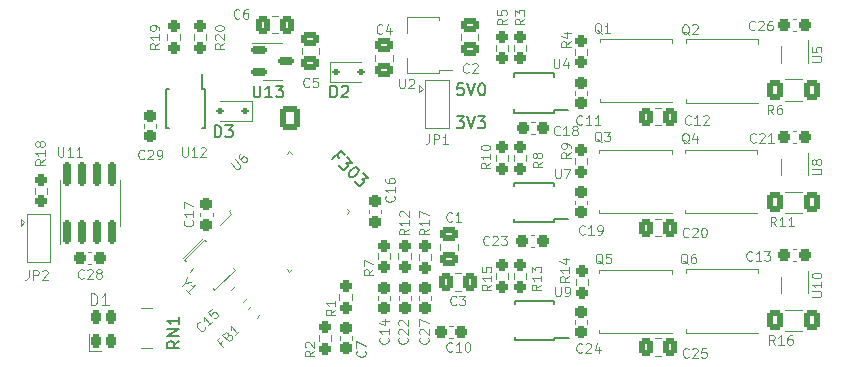
<source format=gbr>
%TF.GenerationSoftware,KiCad,Pcbnew,(7.0.0)*%
%TF.CreationDate,2023-06-11T18:09:50+09:00*%
%TF.ProjectId,rMDU,724d4455-2e6b-4696-9361-645f70636258,rev?*%
%TF.SameCoordinates,Original*%
%TF.FileFunction,Legend,Top*%
%TF.FilePolarity,Positive*%
%FSLAX46Y46*%
G04 Gerber Fmt 4.6, Leading zero omitted, Abs format (unit mm)*
G04 Created by KiCad (PCBNEW (7.0.0)) date 2023-06-11 18:09:50*
%MOMM*%
%LPD*%
G01*
G04 APERTURE LIST*
G04 Aperture macros list*
%AMRoundRect*
0 Rectangle with rounded corners*
0 $1 Rounding radius*
0 $2 $3 $4 $5 $6 $7 $8 $9 X,Y pos of 4 corners*
0 Add a 4 corners polygon primitive as box body*
4,1,4,$2,$3,$4,$5,$6,$7,$8,$9,$2,$3,0*
0 Add four circle primitives for the rounded corners*
1,1,$1+$1,$2,$3*
1,1,$1+$1,$4,$5*
1,1,$1+$1,$6,$7*
1,1,$1+$1,$8,$9*
0 Add four rect primitives between the rounded corners*
20,1,$1+$1,$2,$3,$4,$5,0*
20,1,$1+$1,$4,$5,$6,$7,0*
20,1,$1+$1,$6,$7,$8,$9,0*
20,1,$1+$1,$8,$9,$2,$3,0*%
%AMRotRect*
0 Rectangle, with rotation*
0 The origin of the aperture is its center*
0 $1 length*
0 $2 width*
0 $3 Rotation angle, in degrees counterclockwise*
0 Add horizontal line*
21,1,$1,$2,0,0,$3*%
%AMFreePoly0*
4,1,17,2.675000,1.605000,1.875000,1.605000,1.875000,0.935000,2.675000,0.935000,2.675000,0.335000,1.875000,0.335000,1.875000,-0.335000,2.675000,-0.335000,2.675000,-0.935000,1.875000,-0.935000,1.875000,-1.605000,2.675000,-1.605000,2.675000,-2.205000,-1.875000,-2.205000,-1.875000,2.205000,2.675000,2.205000,2.675000,1.605000,2.675000,1.605000,$1*%
%AMFreePoly1*
4,1,9,3.862500,-0.866500,0.737500,-0.866500,0.737500,-0.450000,-0.737500,-0.450000,-0.737500,0.450000,0.737500,0.450000,0.737500,0.866500,3.862500,0.866500,3.862500,-0.866500,3.862500,-0.866500,$1*%
G04 Aperture macros list end*
%ADD10C,0.150000*%
%ADD11C,0.120000*%
%ADD12C,0.100000*%
%ADD13RoundRect,0.237500X-0.237500X0.250000X-0.237500X-0.250000X0.237500X-0.250000X0.237500X0.250000X0*%
%ADD14RoundRect,0.237500X-0.237500X0.300000X-0.237500X-0.300000X0.237500X-0.300000X0.237500X0.300000X0*%
%ADD15RoundRect,0.250000X0.337500X0.475000X-0.337500X0.475000X-0.337500X-0.475000X0.337500X-0.475000X0*%
%ADD16RoundRect,0.237500X0.300000X0.237500X-0.300000X0.237500X-0.300000X-0.237500X0.300000X-0.237500X0*%
%ADD17R,0.400000X0.650000*%
%ADD18RoundRect,0.125000X-0.353553X-0.530330X0.530330X0.353553X0.353553X0.530330X-0.530330X-0.353553X0*%
%ADD19RoundRect,0.125000X0.353553X-0.530330X0.530330X-0.353553X-0.353553X0.530330X-0.530330X0.353553X0*%
%ADD20FreePoly0,180.000000*%
%ADD21R,0.850000X0.500000*%
%ADD22RoundRect,0.150000X0.150000X-0.825000X0.150000X0.825000X-0.150000X0.825000X-0.150000X-0.825000X0*%
%ADD23RoundRect,0.237500X-0.300000X-0.237500X0.300000X-0.237500X0.300000X0.237500X-0.300000X0.237500X0*%
%ADD24RoundRect,0.237500X0.237500X-0.300000X0.237500X0.300000X-0.237500X0.300000X-0.237500X-0.300000X0*%
%ADD25RoundRect,0.237500X0.237500X-0.250000X0.237500X0.250000X-0.237500X0.250000X-0.237500X-0.250000X0*%
%ADD26RoundRect,0.250000X0.475000X-0.337500X0.475000X0.337500X-0.475000X0.337500X-0.475000X-0.337500X0*%
%ADD27R,1.500000X1.000000*%
%ADD28RoundRect,0.250000X-0.337500X-0.475000X0.337500X-0.475000X0.337500X0.475000X-0.337500X0.475000X0*%
%ADD29R,1.300000X0.900000*%
%ADD30FreePoly1,180.000000*%
%ADD31R,0.300000X1.400000*%
%ADD32C,5.500000*%
%ADD33RoundRect,0.112500X-0.187500X-0.112500X0.187500X-0.112500X0.187500X0.112500X-0.187500X0.112500X0*%
%ADD34R,0.800000X0.500000*%
%ADD35R,0.800000X0.400000*%
%ADD36RotRect,0.400000X3.200000X315.000000*%
%ADD37RoundRect,0.250000X-0.475000X0.337500X-0.475000X-0.337500X0.475000X-0.337500X0.475000X0.337500X0*%
%ADD38R,1.400000X0.300000*%
%ADD39RoundRect,0.150000X-0.512500X-0.150000X0.512500X-0.150000X0.512500X0.150000X-0.512500X0.150000X0*%
%ADD40RoundRect,0.250000X-0.097227X0.574524X-0.574524X0.097227X0.097227X-0.574524X0.574524X-0.097227X0*%
%ADD41RoundRect,0.225000X0.225000X-0.375000X0.225000X0.375000X-0.225000X0.375000X-0.225000X-0.375000X0*%
%ADD42RoundRect,0.237500X-0.035355X-0.371231X0.371231X0.035355X0.035355X0.371231X-0.371231X-0.035355X0*%
%ADD43RoundRect,0.250000X-0.400000X-0.625000X0.400000X-0.625000X0.400000X0.625000X-0.400000X0.625000X0*%
%ADD44RoundRect,0.112500X0.187500X0.112500X-0.187500X0.112500X-0.187500X-0.112500X0.187500X-0.112500X0*%
%ADD45O,2.800000X2.000000*%
%ADD46RoundRect,0.250000X-0.600000X-0.725000X0.600000X-0.725000X0.600000X0.725000X-0.600000X0.725000X0*%
%ADD47O,1.700000X1.950000*%
%ADD48C,1.400000*%
%ADD49R,3.000000X3.000000*%
%ADD50C,3.000000*%
%ADD51C,0.650000*%
%ADD52O,1.000000X1.600000*%
%ADD53O,1.000000X2.100000*%
%ADD54C,2.400000*%
%ADD55C,1.200000*%
G04 APERTURE END LIST*
D10*
X28228330Y17020209D02*
X27992627Y17255911D01*
X27622238Y16885522D02*
X28329345Y17592628D01*
X28329345Y17592628D02*
X28666062Y17255911D01*
X28868093Y17053880D02*
X29305826Y16616148D01*
X29305826Y16616148D02*
X28800750Y16582476D01*
X28800750Y16582476D02*
X28901765Y16481461D01*
X28901765Y16481461D02*
X28935437Y16380445D01*
X28935437Y16380445D02*
X28935437Y16313102D01*
X28935437Y16313102D02*
X28901765Y16212087D01*
X28901765Y16212087D02*
X28733406Y16043728D01*
X28733406Y16043728D02*
X28632391Y16010056D01*
X28632391Y16010056D02*
X28565047Y16010056D01*
X28565047Y16010056D02*
X28464032Y16043728D01*
X28464032Y16043728D02*
X28262002Y16245758D01*
X28262002Y16245758D02*
X28228330Y16346774D01*
X28228330Y16346774D02*
X28228330Y16414117D01*
X29743559Y16178415D02*
X29810902Y16111071D01*
X29810902Y16111071D02*
X29844574Y16010056D01*
X29844574Y16010056D02*
X29844574Y15942712D01*
X29844574Y15942712D02*
X29810902Y15841697D01*
X29810902Y15841697D02*
X29709887Y15673338D01*
X29709887Y15673338D02*
X29541528Y15504980D01*
X29541528Y15504980D02*
X29373169Y15403964D01*
X29373169Y15403964D02*
X29272154Y15370293D01*
X29272154Y15370293D02*
X29204811Y15370293D01*
X29204811Y15370293D02*
X29103795Y15403964D01*
X29103795Y15403964D02*
X29036452Y15471308D01*
X29036452Y15471308D02*
X29002780Y15572323D01*
X29002780Y15572323D02*
X29002780Y15639667D01*
X29002780Y15639667D02*
X29036452Y15740682D01*
X29036452Y15740682D02*
X29137467Y15909041D01*
X29137467Y15909041D02*
X29305826Y16077399D01*
X29305826Y16077399D02*
X29474185Y16178415D01*
X29474185Y16178415D02*
X29575200Y16212086D01*
X29575200Y16212086D02*
X29642543Y16212086D01*
X29642543Y16212086D02*
X29743559Y16178415D01*
X30214963Y15707010D02*
X30652696Y15269277D01*
X30652696Y15269277D02*
X30147620Y15235606D01*
X30147620Y15235606D02*
X30248635Y15134590D01*
X30248635Y15134590D02*
X30282307Y15033575D01*
X30282307Y15033575D02*
X30282307Y14966232D01*
X30282307Y14966232D02*
X30248635Y14865216D01*
X30248635Y14865216D02*
X30080276Y14696858D01*
X30080276Y14696858D02*
X29979261Y14663186D01*
X29979261Y14663186D02*
X29911917Y14663186D01*
X29911917Y14663186D02*
X29810902Y14696858D01*
X29810902Y14696858D02*
X29608872Y14898888D01*
X29608872Y14898888D02*
X29575200Y14999903D01*
X29575200Y14999903D02*
X29575200Y15067247D01*
X38142857Y20517620D02*
X38761904Y20517620D01*
X38761904Y20517620D02*
X38428571Y20136667D01*
X38428571Y20136667D02*
X38571428Y20136667D01*
X38571428Y20136667D02*
X38666666Y20089048D01*
X38666666Y20089048D02*
X38714285Y20041429D01*
X38714285Y20041429D02*
X38761904Y19946191D01*
X38761904Y19946191D02*
X38761904Y19708096D01*
X38761904Y19708096D02*
X38714285Y19612858D01*
X38714285Y19612858D02*
X38666666Y19565239D01*
X38666666Y19565239D02*
X38571428Y19517620D01*
X38571428Y19517620D02*
X38285714Y19517620D01*
X38285714Y19517620D02*
X38190476Y19565239D01*
X38190476Y19565239D02*
X38142857Y19612858D01*
X39047619Y20517620D02*
X39380952Y19517620D01*
X39380952Y19517620D02*
X39714285Y20517620D01*
X39952381Y20517620D02*
X40571428Y20517620D01*
X40571428Y20517620D02*
X40238095Y20136667D01*
X40238095Y20136667D02*
X40380952Y20136667D01*
X40380952Y20136667D02*
X40476190Y20089048D01*
X40476190Y20089048D02*
X40523809Y20041429D01*
X40523809Y20041429D02*
X40571428Y19946191D01*
X40571428Y19946191D02*
X40571428Y19708096D01*
X40571428Y19708096D02*
X40523809Y19612858D01*
X40523809Y19612858D02*
X40476190Y19565239D01*
X40476190Y19565239D02*
X40380952Y19517620D01*
X40380952Y19517620D02*
X40095238Y19517620D01*
X40095238Y19517620D02*
X40000000Y19565239D01*
X40000000Y19565239D02*
X39952381Y19612858D01*
X38714285Y23317620D02*
X38238095Y23317620D01*
X38238095Y23317620D02*
X38190476Y22841429D01*
X38190476Y22841429D02*
X38238095Y22889048D01*
X38238095Y22889048D02*
X38333333Y22936667D01*
X38333333Y22936667D02*
X38571428Y22936667D01*
X38571428Y22936667D02*
X38666666Y22889048D01*
X38666666Y22889048D02*
X38714285Y22841429D01*
X38714285Y22841429D02*
X38761904Y22746191D01*
X38761904Y22746191D02*
X38761904Y22508096D01*
X38761904Y22508096D02*
X38714285Y22412858D01*
X38714285Y22412858D02*
X38666666Y22365239D01*
X38666666Y22365239D02*
X38571428Y22317620D01*
X38571428Y22317620D02*
X38333333Y22317620D01*
X38333333Y22317620D02*
X38238095Y22365239D01*
X38238095Y22365239D02*
X38190476Y22412858D01*
X39047619Y23317620D02*
X39380952Y22317620D01*
X39380952Y22317620D02*
X39714285Y23317620D01*
X40238095Y23317620D02*
X40333333Y23317620D01*
X40333333Y23317620D02*
X40428571Y23270000D01*
X40428571Y23270000D02*
X40476190Y23222381D01*
X40476190Y23222381D02*
X40523809Y23127143D01*
X40523809Y23127143D02*
X40571428Y22936667D01*
X40571428Y22936667D02*
X40571428Y22698572D01*
X40571428Y22698572D02*
X40523809Y22508096D01*
X40523809Y22508096D02*
X40476190Y22412858D01*
X40476190Y22412858D02*
X40428571Y22365239D01*
X40428571Y22365239D02*
X40333333Y22317620D01*
X40333333Y22317620D02*
X40238095Y22317620D01*
X40238095Y22317620D02*
X40142857Y22365239D01*
X40142857Y22365239D02*
X40095238Y22412858D01*
X40095238Y22412858D02*
X40047619Y22508096D01*
X40047619Y22508096D02*
X40000000Y22698572D01*
X40000000Y22698572D02*
X40000000Y22936667D01*
X40000000Y22936667D02*
X40047619Y23127143D01*
X40047619Y23127143D02*
X40095238Y23222381D01*
X40095238Y23222381D02*
X40142857Y23270000D01*
X40142857Y23270000D02*
X40238095Y23317620D01*
D11*
%TO.C,R18*%
X3293904Y16885715D02*
X2912952Y16619048D01*
X3293904Y16428572D02*
X2493904Y16428572D01*
X2493904Y16428572D02*
X2493904Y16733334D01*
X2493904Y16733334D02*
X2532000Y16809524D01*
X2532000Y16809524D02*
X2570095Y16847619D01*
X2570095Y16847619D02*
X2646285Y16885715D01*
X2646285Y16885715D02*
X2760571Y16885715D01*
X2760571Y16885715D02*
X2836761Y16847619D01*
X2836761Y16847619D02*
X2874857Y16809524D01*
X2874857Y16809524D02*
X2912952Y16733334D01*
X2912952Y16733334D02*
X2912952Y16428572D01*
X3293904Y17647619D02*
X3293904Y17190476D01*
X3293904Y17419048D02*
X2493904Y17419048D01*
X2493904Y17419048D02*
X2608190Y17342857D01*
X2608190Y17342857D02*
X2684380Y17266667D01*
X2684380Y17266667D02*
X2722476Y17190476D01*
X2836761Y18104762D02*
X2798666Y18028572D01*
X2798666Y18028572D02*
X2760571Y17990477D01*
X2760571Y17990477D02*
X2684380Y17952381D01*
X2684380Y17952381D02*
X2646285Y17952381D01*
X2646285Y17952381D02*
X2570095Y17990477D01*
X2570095Y17990477D02*
X2532000Y18028572D01*
X2532000Y18028572D02*
X2493904Y18104762D01*
X2493904Y18104762D02*
X2493904Y18257143D01*
X2493904Y18257143D02*
X2532000Y18333334D01*
X2532000Y18333334D02*
X2570095Y18371429D01*
X2570095Y18371429D02*
X2646285Y18409524D01*
X2646285Y18409524D02*
X2684380Y18409524D01*
X2684380Y18409524D02*
X2760571Y18371429D01*
X2760571Y18371429D02*
X2798666Y18333334D01*
X2798666Y18333334D02*
X2836761Y18257143D01*
X2836761Y18257143D02*
X2836761Y18104762D01*
X2836761Y18104762D02*
X2874857Y18028572D01*
X2874857Y18028572D02*
X2912952Y17990477D01*
X2912952Y17990477D02*
X2989142Y17952381D01*
X2989142Y17952381D02*
X3141523Y17952381D01*
X3141523Y17952381D02*
X3217714Y17990477D01*
X3217714Y17990477D02*
X3255809Y18028572D01*
X3255809Y18028572D02*
X3293904Y18104762D01*
X3293904Y18104762D02*
X3293904Y18257143D01*
X3293904Y18257143D02*
X3255809Y18333334D01*
X3255809Y18333334D02*
X3217714Y18371429D01*
X3217714Y18371429D02*
X3141523Y18409524D01*
X3141523Y18409524D02*
X2989142Y18409524D01*
X2989142Y18409524D02*
X2912952Y18371429D01*
X2912952Y18371429D02*
X2874857Y18333334D01*
X2874857Y18333334D02*
X2836761Y18257143D01*
%TO.C,C16*%
X32817714Y13785715D02*
X32855809Y13747619D01*
X32855809Y13747619D02*
X32893904Y13633334D01*
X32893904Y13633334D02*
X32893904Y13557143D01*
X32893904Y13557143D02*
X32855809Y13442857D01*
X32855809Y13442857D02*
X32779619Y13366667D01*
X32779619Y13366667D02*
X32703428Y13328572D01*
X32703428Y13328572D02*
X32551047Y13290476D01*
X32551047Y13290476D02*
X32436761Y13290476D01*
X32436761Y13290476D02*
X32284380Y13328572D01*
X32284380Y13328572D02*
X32208190Y13366667D01*
X32208190Y13366667D02*
X32132000Y13442857D01*
X32132000Y13442857D02*
X32093904Y13557143D01*
X32093904Y13557143D02*
X32093904Y13633334D01*
X32093904Y13633334D02*
X32132000Y13747619D01*
X32132000Y13747619D02*
X32170095Y13785715D01*
X32893904Y14547619D02*
X32893904Y14090476D01*
X32893904Y14319048D02*
X32093904Y14319048D01*
X32093904Y14319048D02*
X32208190Y14242857D01*
X32208190Y14242857D02*
X32284380Y14166667D01*
X32284380Y14166667D02*
X32322476Y14090476D01*
X32093904Y15233334D02*
X32093904Y15080953D01*
X32093904Y15080953D02*
X32132000Y15004762D01*
X32132000Y15004762D02*
X32170095Y14966667D01*
X32170095Y14966667D02*
X32284380Y14890477D01*
X32284380Y14890477D02*
X32436761Y14852381D01*
X32436761Y14852381D02*
X32741523Y14852381D01*
X32741523Y14852381D02*
X32817714Y14890477D01*
X32817714Y14890477D02*
X32855809Y14928572D01*
X32855809Y14928572D02*
X32893904Y15004762D01*
X32893904Y15004762D02*
X32893904Y15157143D01*
X32893904Y15157143D02*
X32855809Y15233334D01*
X32855809Y15233334D02*
X32817714Y15271429D01*
X32817714Y15271429D02*
X32741523Y15309524D01*
X32741523Y15309524D02*
X32551047Y15309524D01*
X32551047Y15309524D02*
X32474857Y15271429D01*
X32474857Y15271429D02*
X32436761Y15233334D01*
X32436761Y15233334D02*
X32398666Y15157143D01*
X32398666Y15157143D02*
X32398666Y15004762D01*
X32398666Y15004762D02*
X32436761Y14928572D01*
X32436761Y14928572D02*
X32474857Y14890477D01*
X32474857Y14890477D02*
X32551047Y14852381D01*
%TO.C,C14*%
X32317714Y1785715D02*
X32355809Y1747619D01*
X32355809Y1747619D02*
X32393904Y1633334D01*
X32393904Y1633334D02*
X32393904Y1557143D01*
X32393904Y1557143D02*
X32355809Y1442857D01*
X32355809Y1442857D02*
X32279619Y1366667D01*
X32279619Y1366667D02*
X32203428Y1328572D01*
X32203428Y1328572D02*
X32051047Y1290476D01*
X32051047Y1290476D02*
X31936761Y1290476D01*
X31936761Y1290476D02*
X31784380Y1328572D01*
X31784380Y1328572D02*
X31708190Y1366667D01*
X31708190Y1366667D02*
X31632000Y1442857D01*
X31632000Y1442857D02*
X31593904Y1557143D01*
X31593904Y1557143D02*
X31593904Y1633334D01*
X31593904Y1633334D02*
X31632000Y1747619D01*
X31632000Y1747619D02*
X31670095Y1785715D01*
X32393904Y2547619D02*
X32393904Y2090476D01*
X32393904Y2319048D02*
X31593904Y2319048D01*
X31593904Y2319048D02*
X31708190Y2242857D01*
X31708190Y2242857D02*
X31784380Y2166667D01*
X31784380Y2166667D02*
X31822476Y2090476D01*
X31860571Y3233334D02*
X32393904Y3233334D01*
X31555809Y3042858D02*
X32127238Y2852381D01*
X32127238Y2852381D02*
X32127238Y3347620D01*
%TO.C,C6*%
X19766667Y28882286D02*
X19728571Y28844191D01*
X19728571Y28844191D02*
X19614286Y28806096D01*
X19614286Y28806096D02*
X19538095Y28806096D01*
X19538095Y28806096D02*
X19423809Y28844191D01*
X19423809Y28844191D02*
X19347619Y28920381D01*
X19347619Y28920381D02*
X19309524Y28996572D01*
X19309524Y28996572D02*
X19271428Y29148953D01*
X19271428Y29148953D02*
X19271428Y29263239D01*
X19271428Y29263239D02*
X19309524Y29415620D01*
X19309524Y29415620D02*
X19347619Y29491810D01*
X19347619Y29491810D02*
X19423809Y29568000D01*
X19423809Y29568000D02*
X19538095Y29606096D01*
X19538095Y29606096D02*
X19614286Y29606096D01*
X19614286Y29606096D02*
X19728571Y29568000D01*
X19728571Y29568000D02*
X19766667Y29529905D01*
X20452381Y29606096D02*
X20300000Y29606096D01*
X20300000Y29606096D02*
X20223809Y29568000D01*
X20223809Y29568000D02*
X20185714Y29529905D01*
X20185714Y29529905D02*
X20109524Y29415620D01*
X20109524Y29415620D02*
X20071428Y29263239D01*
X20071428Y29263239D02*
X20071428Y28958477D01*
X20071428Y28958477D02*
X20109524Y28882286D01*
X20109524Y28882286D02*
X20147619Y28844191D01*
X20147619Y28844191D02*
X20223809Y28806096D01*
X20223809Y28806096D02*
X20376190Y28806096D01*
X20376190Y28806096D02*
X20452381Y28844191D01*
X20452381Y28844191D02*
X20490476Y28882286D01*
X20490476Y28882286D02*
X20528571Y28958477D01*
X20528571Y28958477D02*
X20528571Y29148953D01*
X20528571Y29148953D02*
X20490476Y29225143D01*
X20490476Y29225143D02*
X20452381Y29263239D01*
X20452381Y29263239D02*
X20376190Y29301334D01*
X20376190Y29301334D02*
X20223809Y29301334D01*
X20223809Y29301334D02*
X20147619Y29263239D01*
X20147619Y29263239D02*
X20109524Y29225143D01*
X20109524Y29225143D02*
X20071428Y29148953D01*
%TO.C,C28*%
X6575588Y6852286D02*
X6537492Y6814191D01*
X6537492Y6814191D02*
X6423207Y6776096D01*
X6423207Y6776096D02*
X6347016Y6776096D01*
X6347016Y6776096D02*
X6232730Y6814191D01*
X6232730Y6814191D02*
X6156540Y6890381D01*
X6156540Y6890381D02*
X6118445Y6966572D01*
X6118445Y6966572D02*
X6080349Y7118953D01*
X6080349Y7118953D02*
X6080349Y7233239D01*
X6080349Y7233239D02*
X6118445Y7385620D01*
X6118445Y7385620D02*
X6156540Y7461810D01*
X6156540Y7461810D02*
X6232730Y7538000D01*
X6232730Y7538000D02*
X6347016Y7576096D01*
X6347016Y7576096D02*
X6423207Y7576096D01*
X6423207Y7576096D02*
X6537492Y7538000D01*
X6537492Y7538000D02*
X6575588Y7499905D01*
X6880349Y7499905D02*
X6918445Y7538000D01*
X6918445Y7538000D02*
X6994635Y7576096D01*
X6994635Y7576096D02*
X7185111Y7576096D01*
X7185111Y7576096D02*
X7261302Y7538000D01*
X7261302Y7538000D02*
X7299397Y7499905D01*
X7299397Y7499905D02*
X7337492Y7423715D01*
X7337492Y7423715D02*
X7337492Y7347524D01*
X7337492Y7347524D02*
X7299397Y7233239D01*
X7299397Y7233239D02*
X6842254Y6776096D01*
X6842254Y6776096D02*
X7337492Y6776096D01*
X7794635Y7233239D02*
X7718445Y7271334D01*
X7718445Y7271334D02*
X7680350Y7309429D01*
X7680350Y7309429D02*
X7642254Y7385620D01*
X7642254Y7385620D02*
X7642254Y7423715D01*
X7642254Y7423715D02*
X7680350Y7499905D01*
X7680350Y7499905D02*
X7718445Y7538000D01*
X7718445Y7538000D02*
X7794635Y7576096D01*
X7794635Y7576096D02*
X7947016Y7576096D01*
X7947016Y7576096D02*
X8023207Y7538000D01*
X8023207Y7538000D02*
X8061302Y7499905D01*
X8061302Y7499905D02*
X8099397Y7423715D01*
X8099397Y7423715D02*
X8099397Y7385620D01*
X8099397Y7385620D02*
X8061302Y7309429D01*
X8061302Y7309429D02*
X8023207Y7271334D01*
X8023207Y7271334D02*
X7947016Y7233239D01*
X7947016Y7233239D02*
X7794635Y7233239D01*
X7794635Y7233239D02*
X7718445Y7195143D01*
X7718445Y7195143D02*
X7680350Y7157048D01*
X7680350Y7157048D02*
X7642254Y7080858D01*
X7642254Y7080858D02*
X7642254Y6928477D01*
X7642254Y6928477D02*
X7680350Y6852286D01*
X7680350Y6852286D02*
X7718445Y6814191D01*
X7718445Y6814191D02*
X7794635Y6776096D01*
X7794635Y6776096D02*
X7947016Y6776096D01*
X7947016Y6776096D02*
X8023207Y6814191D01*
X8023207Y6814191D02*
X8061302Y6852286D01*
X8061302Y6852286D02*
X8099397Y6928477D01*
X8099397Y6928477D02*
X8099397Y7080858D01*
X8099397Y7080858D02*
X8061302Y7157048D01*
X8061302Y7157048D02*
X8023207Y7195143D01*
X8023207Y7195143D02*
X7947016Y7233239D01*
%TO.C,U10*%
X68243904Y5259525D02*
X68891523Y5259525D01*
X68891523Y5259525D02*
X68967714Y5297620D01*
X68967714Y5297620D02*
X69005809Y5335715D01*
X69005809Y5335715D02*
X69043904Y5411906D01*
X69043904Y5411906D02*
X69043904Y5564287D01*
X69043904Y5564287D02*
X69005809Y5640477D01*
X69005809Y5640477D02*
X68967714Y5678572D01*
X68967714Y5678572D02*
X68891523Y5716668D01*
X68891523Y5716668D02*
X68243904Y5716668D01*
X69043904Y6516667D02*
X69043904Y6059524D01*
X69043904Y6288096D02*
X68243904Y6288096D01*
X68243904Y6288096D02*
X68358190Y6211905D01*
X68358190Y6211905D02*
X68434380Y6135715D01*
X68434380Y6135715D02*
X68472476Y6059524D01*
X68243904Y7011906D02*
X68243904Y7088096D01*
X68243904Y7088096D02*
X68282000Y7164287D01*
X68282000Y7164287D02*
X68320095Y7202382D01*
X68320095Y7202382D02*
X68396285Y7240477D01*
X68396285Y7240477D02*
X68548666Y7278572D01*
X68548666Y7278572D02*
X68739142Y7278572D01*
X68739142Y7278572D02*
X68891523Y7240477D01*
X68891523Y7240477D02*
X68967714Y7202382D01*
X68967714Y7202382D02*
X69005809Y7164287D01*
X69005809Y7164287D02*
X69043904Y7088096D01*
X69043904Y7088096D02*
X69043904Y7011906D01*
X69043904Y7011906D02*
X69005809Y6935715D01*
X69005809Y6935715D02*
X68967714Y6897620D01*
X68967714Y6897620D02*
X68891523Y6859525D01*
X68891523Y6859525D02*
X68739142Y6821429D01*
X68739142Y6821429D02*
X68548666Y6821429D01*
X68548666Y6821429D02*
X68396285Y6859525D01*
X68396285Y6859525D02*
X68320095Y6897620D01*
X68320095Y6897620D02*
X68282000Y6935715D01*
X68282000Y6935715D02*
X68243904Y7011906D01*
%TO.C,U8*%
X68243904Y15640477D02*
X68891523Y15640477D01*
X68891523Y15640477D02*
X68967714Y15678572D01*
X68967714Y15678572D02*
X69005809Y15716667D01*
X69005809Y15716667D02*
X69043904Y15792858D01*
X69043904Y15792858D02*
X69043904Y15945239D01*
X69043904Y15945239D02*
X69005809Y16021429D01*
X69005809Y16021429D02*
X68967714Y16059524D01*
X68967714Y16059524D02*
X68891523Y16097620D01*
X68891523Y16097620D02*
X68243904Y16097620D01*
X68586761Y16592857D02*
X68548666Y16516667D01*
X68548666Y16516667D02*
X68510571Y16478572D01*
X68510571Y16478572D02*
X68434380Y16440476D01*
X68434380Y16440476D02*
X68396285Y16440476D01*
X68396285Y16440476D02*
X68320095Y16478572D01*
X68320095Y16478572D02*
X68282000Y16516667D01*
X68282000Y16516667D02*
X68243904Y16592857D01*
X68243904Y16592857D02*
X68243904Y16745238D01*
X68243904Y16745238D02*
X68282000Y16821429D01*
X68282000Y16821429D02*
X68320095Y16859524D01*
X68320095Y16859524D02*
X68396285Y16897619D01*
X68396285Y16897619D02*
X68434380Y16897619D01*
X68434380Y16897619D02*
X68510571Y16859524D01*
X68510571Y16859524D02*
X68548666Y16821429D01*
X68548666Y16821429D02*
X68586761Y16745238D01*
X68586761Y16745238D02*
X68586761Y16592857D01*
X68586761Y16592857D02*
X68624857Y16516667D01*
X68624857Y16516667D02*
X68662952Y16478572D01*
X68662952Y16478572D02*
X68739142Y16440476D01*
X68739142Y16440476D02*
X68891523Y16440476D01*
X68891523Y16440476D02*
X68967714Y16478572D01*
X68967714Y16478572D02*
X69005809Y16516667D01*
X69005809Y16516667D02*
X69043904Y16592857D01*
X69043904Y16592857D02*
X69043904Y16745238D01*
X69043904Y16745238D02*
X69005809Y16821429D01*
X69005809Y16821429D02*
X68967714Y16859524D01*
X68967714Y16859524D02*
X68891523Y16897619D01*
X68891523Y16897619D02*
X68739142Y16897619D01*
X68739142Y16897619D02*
X68662952Y16859524D01*
X68662952Y16859524D02*
X68624857Y16821429D01*
X68624857Y16821429D02*
X68586761Y16745238D01*
%TO.C,U6*%
X19028224Y16559527D02*
X19486160Y16101592D01*
X19486160Y16101592D02*
X19566972Y16074654D01*
X19566972Y16074654D02*
X19620847Y16074654D01*
X19620847Y16074654D02*
X19701659Y16101592D01*
X19701659Y16101592D02*
X19809408Y16209341D01*
X19809408Y16209341D02*
X19836346Y16290153D01*
X19836346Y16290153D02*
X19836346Y16344028D01*
X19836346Y16344028D02*
X19809408Y16424840D01*
X19809408Y16424840D02*
X19351473Y16882776D01*
X19863283Y17394587D02*
X19755533Y17286837D01*
X19755533Y17286837D02*
X19728596Y17206025D01*
X19728596Y17206025D02*
X19728596Y17152150D01*
X19728596Y17152150D02*
X19755533Y17017463D01*
X19755533Y17017463D02*
X19836346Y16882776D01*
X19836346Y16882776D02*
X20051845Y16667277D01*
X20051845Y16667277D02*
X20132657Y16640339D01*
X20132657Y16640339D02*
X20186532Y16640339D01*
X20186532Y16640339D02*
X20267344Y16667277D01*
X20267344Y16667277D02*
X20375094Y16775026D01*
X20375094Y16775026D02*
X20402031Y16855839D01*
X20402031Y16855839D02*
X20402031Y16909714D01*
X20402031Y16909714D02*
X20375094Y16990526D01*
X20375094Y16990526D02*
X20240407Y17125213D01*
X20240407Y17125213D02*
X20159594Y17152150D01*
X20159594Y17152150D02*
X20105720Y17152150D01*
X20105720Y17152150D02*
X20024907Y17125213D01*
X20024907Y17125213D02*
X19917158Y17017463D01*
X19917158Y17017463D02*
X19890220Y16936651D01*
X19890220Y16936651D02*
X19890220Y16882776D01*
X19890220Y16882776D02*
X19917158Y16801964D01*
%TO.C,Q4*%
X57823809Y18229905D02*
X57747619Y18268000D01*
X57747619Y18268000D02*
X57671428Y18344191D01*
X57671428Y18344191D02*
X57557142Y18458477D01*
X57557142Y18458477D02*
X57480952Y18496572D01*
X57480952Y18496572D02*
X57404761Y18496572D01*
X57442857Y18306096D02*
X57366666Y18344191D01*
X57366666Y18344191D02*
X57290476Y18420381D01*
X57290476Y18420381D02*
X57252380Y18572762D01*
X57252380Y18572762D02*
X57252380Y18839429D01*
X57252380Y18839429D02*
X57290476Y18991810D01*
X57290476Y18991810D02*
X57366666Y19068000D01*
X57366666Y19068000D02*
X57442857Y19106096D01*
X57442857Y19106096D02*
X57595238Y19106096D01*
X57595238Y19106096D02*
X57671428Y19068000D01*
X57671428Y19068000D02*
X57747619Y18991810D01*
X57747619Y18991810D02*
X57785714Y18839429D01*
X57785714Y18839429D02*
X57785714Y18572762D01*
X57785714Y18572762D02*
X57747619Y18420381D01*
X57747619Y18420381D02*
X57671428Y18344191D01*
X57671428Y18344191D02*
X57595238Y18306096D01*
X57595238Y18306096D02*
X57442857Y18306096D01*
X58471428Y18839429D02*
X58471428Y18306096D01*
X58280952Y19144191D02*
X58090475Y18572762D01*
X58090475Y18572762D02*
X58585714Y18572762D01*
%TO.C,U11*%
X4409524Y17906096D02*
X4409524Y17258477D01*
X4409524Y17258477D02*
X4447619Y17182286D01*
X4447619Y17182286D02*
X4485714Y17144191D01*
X4485714Y17144191D02*
X4561905Y17106096D01*
X4561905Y17106096D02*
X4714286Y17106096D01*
X4714286Y17106096D02*
X4790476Y17144191D01*
X4790476Y17144191D02*
X4828571Y17182286D01*
X4828571Y17182286D02*
X4866667Y17258477D01*
X4866667Y17258477D02*
X4866667Y17906096D01*
X5666666Y17106096D02*
X5209523Y17106096D01*
X5438095Y17106096D02*
X5438095Y17906096D01*
X5438095Y17906096D02*
X5361904Y17791810D01*
X5361904Y17791810D02*
X5285714Y17715620D01*
X5285714Y17715620D02*
X5209523Y17677524D01*
X6428571Y17106096D02*
X5971428Y17106096D01*
X6200000Y17106096D02*
X6200000Y17906096D01*
X6200000Y17906096D02*
X6123809Y17791810D01*
X6123809Y17791810D02*
X6047619Y17715620D01*
X6047619Y17715620D02*
X5971428Y17677524D01*
%TO.C,C21*%
X63485714Y18382286D02*
X63447618Y18344191D01*
X63447618Y18344191D02*
X63333333Y18306096D01*
X63333333Y18306096D02*
X63257142Y18306096D01*
X63257142Y18306096D02*
X63142856Y18344191D01*
X63142856Y18344191D02*
X63066666Y18420381D01*
X63066666Y18420381D02*
X63028571Y18496572D01*
X63028571Y18496572D02*
X62990475Y18648953D01*
X62990475Y18648953D02*
X62990475Y18763239D01*
X62990475Y18763239D02*
X63028571Y18915620D01*
X63028571Y18915620D02*
X63066666Y18991810D01*
X63066666Y18991810D02*
X63142856Y19068000D01*
X63142856Y19068000D02*
X63257142Y19106096D01*
X63257142Y19106096D02*
X63333333Y19106096D01*
X63333333Y19106096D02*
X63447618Y19068000D01*
X63447618Y19068000D02*
X63485714Y19029905D01*
X63790475Y19029905D02*
X63828571Y19068000D01*
X63828571Y19068000D02*
X63904761Y19106096D01*
X63904761Y19106096D02*
X64095237Y19106096D01*
X64095237Y19106096D02*
X64171428Y19068000D01*
X64171428Y19068000D02*
X64209523Y19029905D01*
X64209523Y19029905D02*
X64247618Y18953715D01*
X64247618Y18953715D02*
X64247618Y18877524D01*
X64247618Y18877524D02*
X64209523Y18763239D01*
X64209523Y18763239D02*
X63752380Y18306096D01*
X63752380Y18306096D02*
X64247618Y18306096D01*
X65009523Y18306096D02*
X64552380Y18306096D01*
X64780952Y18306096D02*
X64780952Y19106096D01*
X64780952Y19106096D02*
X64704761Y18991810D01*
X64704761Y18991810D02*
X64628571Y18915620D01*
X64628571Y18915620D02*
X64552380Y18877524D01*
%TO.C,C17*%
X15762588Y11710589D02*
X15800683Y11672493D01*
X15800683Y11672493D02*
X15838778Y11558208D01*
X15838778Y11558208D02*
X15838778Y11482017D01*
X15838778Y11482017D02*
X15800683Y11367731D01*
X15800683Y11367731D02*
X15724493Y11291541D01*
X15724493Y11291541D02*
X15648302Y11253446D01*
X15648302Y11253446D02*
X15495921Y11215350D01*
X15495921Y11215350D02*
X15381635Y11215350D01*
X15381635Y11215350D02*
X15229254Y11253446D01*
X15229254Y11253446D02*
X15153064Y11291541D01*
X15153064Y11291541D02*
X15076874Y11367731D01*
X15076874Y11367731D02*
X15038778Y11482017D01*
X15038778Y11482017D02*
X15038778Y11558208D01*
X15038778Y11558208D02*
X15076874Y11672493D01*
X15076874Y11672493D02*
X15114969Y11710589D01*
X15838778Y12472493D02*
X15838778Y12015350D01*
X15838778Y12243922D02*
X15038778Y12243922D01*
X15038778Y12243922D02*
X15153064Y12167731D01*
X15153064Y12167731D02*
X15229254Y12091541D01*
X15229254Y12091541D02*
X15267350Y12015350D01*
X15038778Y12739160D02*
X15038778Y13272494D01*
X15038778Y13272494D02*
X15838778Y12929636D01*
%TO.C,R19*%
X12978778Y26710589D02*
X12597826Y26443922D01*
X12978778Y26253446D02*
X12178778Y26253446D01*
X12178778Y26253446D02*
X12178778Y26558208D01*
X12178778Y26558208D02*
X12216874Y26634398D01*
X12216874Y26634398D02*
X12254969Y26672493D01*
X12254969Y26672493D02*
X12331159Y26710589D01*
X12331159Y26710589D02*
X12445445Y26710589D01*
X12445445Y26710589D02*
X12521635Y26672493D01*
X12521635Y26672493D02*
X12559731Y26634398D01*
X12559731Y26634398D02*
X12597826Y26558208D01*
X12597826Y26558208D02*
X12597826Y26253446D01*
X12978778Y27472493D02*
X12978778Y27015350D01*
X12978778Y27243922D02*
X12178778Y27243922D01*
X12178778Y27243922D02*
X12293064Y27167731D01*
X12293064Y27167731D02*
X12369254Y27091541D01*
X12369254Y27091541D02*
X12407350Y27015350D01*
X12978778Y27853446D02*
X12978778Y28005827D01*
X12978778Y28005827D02*
X12940683Y28082017D01*
X12940683Y28082017D02*
X12902588Y28120113D01*
X12902588Y28120113D02*
X12788302Y28196303D01*
X12788302Y28196303D02*
X12635921Y28234398D01*
X12635921Y28234398D02*
X12331159Y28234398D01*
X12331159Y28234398D02*
X12254969Y28196303D01*
X12254969Y28196303D02*
X12216874Y28158208D01*
X12216874Y28158208D02*
X12178778Y28082017D01*
X12178778Y28082017D02*
X12178778Y27929636D01*
X12178778Y27929636D02*
X12216874Y27853446D01*
X12216874Y27853446D02*
X12254969Y27815351D01*
X12254969Y27815351D02*
X12331159Y27777255D01*
X12331159Y27777255D02*
X12521635Y27777255D01*
X12521635Y27777255D02*
X12597826Y27815351D01*
X12597826Y27815351D02*
X12635921Y27853446D01*
X12635921Y27853446D02*
X12674016Y27929636D01*
X12674016Y27929636D02*
X12674016Y28082017D01*
X12674016Y28082017D02*
X12635921Y28158208D01*
X12635921Y28158208D02*
X12597826Y28196303D01*
X12597826Y28196303D02*
X12521635Y28234398D01*
%TO.C,C26*%
X63385714Y27882286D02*
X63347618Y27844191D01*
X63347618Y27844191D02*
X63233333Y27806096D01*
X63233333Y27806096D02*
X63157142Y27806096D01*
X63157142Y27806096D02*
X63042856Y27844191D01*
X63042856Y27844191D02*
X62966666Y27920381D01*
X62966666Y27920381D02*
X62928571Y27996572D01*
X62928571Y27996572D02*
X62890475Y28148953D01*
X62890475Y28148953D02*
X62890475Y28263239D01*
X62890475Y28263239D02*
X62928571Y28415620D01*
X62928571Y28415620D02*
X62966666Y28491810D01*
X62966666Y28491810D02*
X63042856Y28568000D01*
X63042856Y28568000D02*
X63157142Y28606096D01*
X63157142Y28606096D02*
X63233333Y28606096D01*
X63233333Y28606096D02*
X63347618Y28568000D01*
X63347618Y28568000D02*
X63385714Y28529905D01*
X63690475Y28529905D02*
X63728571Y28568000D01*
X63728571Y28568000D02*
X63804761Y28606096D01*
X63804761Y28606096D02*
X63995237Y28606096D01*
X63995237Y28606096D02*
X64071428Y28568000D01*
X64071428Y28568000D02*
X64109523Y28529905D01*
X64109523Y28529905D02*
X64147618Y28453715D01*
X64147618Y28453715D02*
X64147618Y28377524D01*
X64147618Y28377524D02*
X64109523Y28263239D01*
X64109523Y28263239D02*
X63652380Y27806096D01*
X63652380Y27806096D02*
X64147618Y27806096D01*
X64833333Y28606096D02*
X64680952Y28606096D01*
X64680952Y28606096D02*
X64604761Y28568000D01*
X64604761Y28568000D02*
X64566666Y28529905D01*
X64566666Y28529905D02*
X64490476Y28415620D01*
X64490476Y28415620D02*
X64452380Y28263239D01*
X64452380Y28263239D02*
X64452380Y27958477D01*
X64452380Y27958477D02*
X64490476Y27882286D01*
X64490476Y27882286D02*
X64528571Y27844191D01*
X64528571Y27844191D02*
X64604761Y27806096D01*
X64604761Y27806096D02*
X64757142Y27806096D01*
X64757142Y27806096D02*
X64833333Y27844191D01*
X64833333Y27844191D02*
X64871428Y27882286D01*
X64871428Y27882286D02*
X64909523Y27958477D01*
X64909523Y27958477D02*
X64909523Y28148953D01*
X64909523Y28148953D02*
X64871428Y28225143D01*
X64871428Y28225143D02*
X64833333Y28263239D01*
X64833333Y28263239D02*
X64757142Y28301334D01*
X64757142Y28301334D02*
X64604761Y28301334D01*
X64604761Y28301334D02*
X64528571Y28263239D01*
X64528571Y28263239D02*
X64490476Y28225143D01*
X64490476Y28225143D02*
X64452380Y28148953D01*
%TO.C,Q1*%
X50423809Y27529905D02*
X50347619Y27568000D01*
X50347619Y27568000D02*
X50271428Y27644191D01*
X50271428Y27644191D02*
X50157142Y27758477D01*
X50157142Y27758477D02*
X50080952Y27796572D01*
X50080952Y27796572D02*
X50004761Y27796572D01*
X50042857Y27606096D02*
X49966666Y27644191D01*
X49966666Y27644191D02*
X49890476Y27720381D01*
X49890476Y27720381D02*
X49852380Y27872762D01*
X49852380Y27872762D02*
X49852380Y28139429D01*
X49852380Y28139429D02*
X49890476Y28291810D01*
X49890476Y28291810D02*
X49966666Y28368000D01*
X49966666Y28368000D02*
X50042857Y28406096D01*
X50042857Y28406096D02*
X50195238Y28406096D01*
X50195238Y28406096D02*
X50271428Y28368000D01*
X50271428Y28368000D02*
X50347619Y28291810D01*
X50347619Y28291810D02*
X50385714Y28139429D01*
X50385714Y28139429D02*
X50385714Y27872762D01*
X50385714Y27872762D02*
X50347619Y27720381D01*
X50347619Y27720381D02*
X50271428Y27644191D01*
X50271428Y27644191D02*
X50195238Y27606096D01*
X50195238Y27606096D02*
X50042857Y27606096D01*
X51147618Y27606096D02*
X50690475Y27606096D01*
X50919047Y27606096D02*
X50919047Y28406096D01*
X50919047Y28406096D02*
X50842856Y28291810D01*
X50842856Y28291810D02*
X50766666Y28215620D01*
X50766666Y28215620D02*
X50690475Y28177524D01*
%TO.C,C3*%
X38116667Y4602286D02*
X38078571Y4564191D01*
X38078571Y4564191D02*
X37964286Y4526096D01*
X37964286Y4526096D02*
X37888095Y4526096D01*
X37888095Y4526096D02*
X37773809Y4564191D01*
X37773809Y4564191D02*
X37697619Y4640381D01*
X37697619Y4640381D02*
X37659524Y4716572D01*
X37659524Y4716572D02*
X37621428Y4868953D01*
X37621428Y4868953D02*
X37621428Y4983239D01*
X37621428Y4983239D02*
X37659524Y5135620D01*
X37659524Y5135620D02*
X37697619Y5211810D01*
X37697619Y5211810D02*
X37773809Y5288000D01*
X37773809Y5288000D02*
X37888095Y5326096D01*
X37888095Y5326096D02*
X37964286Y5326096D01*
X37964286Y5326096D02*
X38078571Y5288000D01*
X38078571Y5288000D02*
X38116667Y5249905D01*
X38383333Y5326096D02*
X38878571Y5326096D01*
X38878571Y5326096D02*
X38611905Y5021334D01*
X38611905Y5021334D02*
X38726190Y5021334D01*
X38726190Y5021334D02*
X38802381Y4983239D01*
X38802381Y4983239D02*
X38840476Y4945143D01*
X38840476Y4945143D02*
X38878571Y4868953D01*
X38878571Y4868953D02*
X38878571Y4678477D01*
X38878571Y4678477D02*
X38840476Y4602286D01*
X38840476Y4602286D02*
X38802381Y4564191D01*
X38802381Y4564191D02*
X38726190Y4526096D01*
X38726190Y4526096D02*
X38497619Y4526096D01*
X38497619Y4526096D02*
X38421428Y4564191D01*
X38421428Y4564191D02*
X38383333Y4602286D01*
%TO.C,R17*%
X35793904Y10985715D02*
X35412952Y10719048D01*
X35793904Y10528572D02*
X34993904Y10528572D01*
X34993904Y10528572D02*
X34993904Y10833334D01*
X34993904Y10833334D02*
X35032000Y10909524D01*
X35032000Y10909524D02*
X35070095Y10947619D01*
X35070095Y10947619D02*
X35146285Y10985715D01*
X35146285Y10985715D02*
X35260571Y10985715D01*
X35260571Y10985715D02*
X35336761Y10947619D01*
X35336761Y10947619D02*
X35374857Y10909524D01*
X35374857Y10909524D02*
X35412952Y10833334D01*
X35412952Y10833334D02*
X35412952Y10528572D01*
X35793904Y11747619D02*
X35793904Y11290476D01*
X35793904Y11519048D02*
X34993904Y11519048D01*
X34993904Y11519048D02*
X35108190Y11442857D01*
X35108190Y11442857D02*
X35184380Y11366667D01*
X35184380Y11366667D02*
X35222476Y11290476D01*
X34993904Y12014286D02*
X34993904Y12547620D01*
X34993904Y12547620D02*
X35793904Y12204762D01*
%TO.C,R5*%
X42393904Y28766668D02*
X42012952Y28500001D01*
X42393904Y28309525D02*
X41593904Y28309525D01*
X41593904Y28309525D02*
X41593904Y28614287D01*
X41593904Y28614287D02*
X41632000Y28690477D01*
X41632000Y28690477D02*
X41670095Y28728572D01*
X41670095Y28728572D02*
X41746285Y28766668D01*
X41746285Y28766668D02*
X41860571Y28766668D01*
X41860571Y28766668D02*
X41936761Y28728572D01*
X41936761Y28728572D02*
X41974857Y28690477D01*
X41974857Y28690477D02*
X42012952Y28614287D01*
X42012952Y28614287D02*
X42012952Y28309525D01*
X41593904Y29490477D02*
X41593904Y29109525D01*
X41593904Y29109525D02*
X41974857Y29071429D01*
X41974857Y29071429D02*
X41936761Y29109525D01*
X41936761Y29109525D02*
X41898666Y29185715D01*
X41898666Y29185715D02*
X41898666Y29376191D01*
X41898666Y29376191D02*
X41936761Y29452382D01*
X41936761Y29452382D02*
X41974857Y29490477D01*
X41974857Y29490477D02*
X42051047Y29528572D01*
X42051047Y29528572D02*
X42241523Y29528572D01*
X42241523Y29528572D02*
X42317714Y29490477D01*
X42317714Y29490477D02*
X42355809Y29452382D01*
X42355809Y29452382D02*
X42393904Y29376191D01*
X42393904Y29376191D02*
X42393904Y29185715D01*
X42393904Y29185715D02*
X42355809Y29109525D01*
X42355809Y29109525D02*
X42317714Y29071429D01*
%TO.C,C4*%
X31866667Y27582286D02*
X31828571Y27544191D01*
X31828571Y27544191D02*
X31714286Y27506096D01*
X31714286Y27506096D02*
X31638095Y27506096D01*
X31638095Y27506096D02*
X31523809Y27544191D01*
X31523809Y27544191D02*
X31447619Y27620381D01*
X31447619Y27620381D02*
X31409524Y27696572D01*
X31409524Y27696572D02*
X31371428Y27848953D01*
X31371428Y27848953D02*
X31371428Y27963239D01*
X31371428Y27963239D02*
X31409524Y28115620D01*
X31409524Y28115620D02*
X31447619Y28191810D01*
X31447619Y28191810D02*
X31523809Y28268000D01*
X31523809Y28268000D02*
X31638095Y28306096D01*
X31638095Y28306096D02*
X31714286Y28306096D01*
X31714286Y28306096D02*
X31828571Y28268000D01*
X31828571Y28268000D02*
X31866667Y28229905D01*
X32552381Y28039429D02*
X32552381Y27506096D01*
X32361905Y28344191D02*
X32171428Y27772762D01*
X32171428Y27772762D02*
X32666667Y27772762D01*
%TO.C,C18*%
X46885714Y18982286D02*
X46847618Y18944191D01*
X46847618Y18944191D02*
X46733333Y18906096D01*
X46733333Y18906096D02*
X46657142Y18906096D01*
X46657142Y18906096D02*
X46542856Y18944191D01*
X46542856Y18944191D02*
X46466666Y19020381D01*
X46466666Y19020381D02*
X46428571Y19096572D01*
X46428571Y19096572D02*
X46390475Y19248953D01*
X46390475Y19248953D02*
X46390475Y19363239D01*
X46390475Y19363239D02*
X46428571Y19515620D01*
X46428571Y19515620D02*
X46466666Y19591810D01*
X46466666Y19591810D02*
X46542856Y19668000D01*
X46542856Y19668000D02*
X46657142Y19706096D01*
X46657142Y19706096D02*
X46733333Y19706096D01*
X46733333Y19706096D02*
X46847618Y19668000D01*
X46847618Y19668000D02*
X46885714Y19629905D01*
X47647618Y18906096D02*
X47190475Y18906096D01*
X47419047Y18906096D02*
X47419047Y19706096D01*
X47419047Y19706096D02*
X47342856Y19591810D01*
X47342856Y19591810D02*
X47266666Y19515620D01*
X47266666Y19515620D02*
X47190475Y19477524D01*
X48104761Y19363239D02*
X48028571Y19401334D01*
X48028571Y19401334D02*
X47990476Y19439429D01*
X47990476Y19439429D02*
X47952380Y19515620D01*
X47952380Y19515620D02*
X47952380Y19553715D01*
X47952380Y19553715D02*
X47990476Y19629905D01*
X47990476Y19629905D02*
X48028571Y19668000D01*
X48028571Y19668000D02*
X48104761Y19706096D01*
X48104761Y19706096D02*
X48257142Y19706096D01*
X48257142Y19706096D02*
X48333333Y19668000D01*
X48333333Y19668000D02*
X48371428Y19629905D01*
X48371428Y19629905D02*
X48409523Y19553715D01*
X48409523Y19553715D02*
X48409523Y19515620D01*
X48409523Y19515620D02*
X48371428Y19439429D01*
X48371428Y19439429D02*
X48333333Y19401334D01*
X48333333Y19401334D02*
X48257142Y19363239D01*
X48257142Y19363239D02*
X48104761Y19363239D01*
X48104761Y19363239D02*
X48028571Y19325143D01*
X48028571Y19325143D02*
X47990476Y19287048D01*
X47990476Y19287048D02*
X47952380Y19210858D01*
X47952380Y19210858D02*
X47952380Y19058477D01*
X47952380Y19058477D02*
X47990476Y18982286D01*
X47990476Y18982286D02*
X48028571Y18944191D01*
X48028571Y18944191D02*
X48104761Y18906096D01*
X48104761Y18906096D02*
X48257142Y18906096D01*
X48257142Y18906096D02*
X48333333Y18944191D01*
X48333333Y18944191D02*
X48371428Y18982286D01*
X48371428Y18982286D02*
X48409523Y19058477D01*
X48409523Y19058477D02*
X48409523Y19210858D01*
X48409523Y19210858D02*
X48371428Y19287048D01*
X48371428Y19287048D02*
X48333333Y19325143D01*
X48333333Y19325143D02*
X48257142Y19363239D01*
%TO.C,R4*%
X47793904Y26866668D02*
X47412952Y26600001D01*
X47793904Y26409525D02*
X46993904Y26409525D01*
X46993904Y26409525D02*
X46993904Y26714287D01*
X46993904Y26714287D02*
X47032000Y26790477D01*
X47032000Y26790477D02*
X47070095Y26828572D01*
X47070095Y26828572D02*
X47146285Y26866668D01*
X47146285Y26866668D02*
X47260571Y26866668D01*
X47260571Y26866668D02*
X47336761Y26828572D01*
X47336761Y26828572D02*
X47374857Y26790477D01*
X47374857Y26790477D02*
X47412952Y26714287D01*
X47412952Y26714287D02*
X47412952Y26409525D01*
X47260571Y27552382D02*
X47793904Y27552382D01*
X46955809Y27361906D02*
X47527238Y27171429D01*
X47527238Y27171429D02*
X47527238Y27666668D01*
%TO.C,JP1*%
X35833333Y19006096D02*
X35833333Y18434667D01*
X35833333Y18434667D02*
X35795238Y18320381D01*
X35795238Y18320381D02*
X35719047Y18244191D01*
X35719047Y18244191D02*
X35604762Y18206096D01*
X35604762Y18206096D02*
X35528571Y18206096D01*
X36214286Y18206096D02*
X36214286Y19006096D01*
X36214286Y19006096D02*
X36519048Y19006096D01*
X36519048Y19006096D02*
X36595238Y18968000D01*
X36595238Y18968000D02*
X36633333Y18929905D01*
X36633333Y18929905D02*
X36671429Y18853715D01*
X36671429Y18853715D02*
X36671429Y18739429D01*
X36671429Y18739429D02*
X36633333Y18663239D01*
X36633333Y18663239D02*
X36595238Y18625143D01*
X36595238Y18625143D02*
X36519048Y18587048D01*
X36519048Y18587048D02*
X36214286Y18587048D01*
X37433333Y18206096D02*
X36976190Y18206096D01*
X37204762Y18206096D02*
X37204762Y19006096D01*
X37204762Y19006096D02*
X37128571Y18891810D01*
X37128571Y18891810D02*
X37052381Y18815620D01*
X37052381Y18815620D02*
X36976190Y18777524D01*
%TO.C,C12*%
X57985714Y19882286D02*
X57947618Y19844191D01*
X57947618Y19844191D02*
X57833333Y19806096D01*
X57833333Y19806096D02*
X57757142Y19806096D01*
X57757142Y19806096D02*
X57642856Y19844191D01*
X57642856Y19844191D02*
X57566666Y19920381D01*
X57566666Y19920381D02*
X57528571Y19996572D01*
X57528571Y19996572D02*
X57490475Y20148953D01*
X57490475Y20148953D02*
X57490475Y20263239D01*
X57490475Y20263239D02*
X57528571Y20415620D01*
X57528571Y20415620D02*
X57566666Y20491810D01*
X57566666Y20491810D02*
X57642856Y20568000D01*
X57642856Y20568000D02*
X57757142Y20606096D01*
X57757142Y20606096D02*
X57833333Y20606096D01*
X57833333Y20606096D02*
X57947618Y20568000D01*
X57947618Y20568000D02*
X57985714Y20529905D01*
X58747618Y19806096D02*
X58290475Y19806096D01*
X58519047Y19806096D02*
X58519047Y20606096D01*
X58519047Y20606096D02*
X58442856Y20491810D01*
X58442856Y20491810D02*
X58366666Y20415620D01*
X58366666Y20415620D02*
X58290475Y20377524D01*
X59052380Y20529905D02*
X59090476Y20568000D01*
X59090476Y20568000D02*
X59166666Y20606096D01*
X59166666Y20606096D02*
X59357142Y20606096D01*
X59357142Y20606096D02*
X59433333Y20568000D01*
X59433333Y20568000D02*
X59471428Y20529905D01*
X59471428Y20529905D02*
X59509523Y20453715D01*
X59509523Y20453715D02*
X59509523Y20377524D01*
X59509523Y20377524D02*
X59471428Y20263239D01*
X59471428Y20263239D02*
X59014285Y19806096D01*
X59014285Y19806096D02*
X59509523Y19806096D01*
%TO.C,U2*%
X33290476Y23706096D02*
X33290476Y23058477D01*
X33290476Y23058477D02*
X33328571Y22982286D01*
X33328571Y22982286D02*
X33366666Y22944191D01*
X33366666Y22944191D02*
X33442857Y22906096D01*
X33442857Y22906096D02*
X33595238Y22906096D01*
X33595238Y22906096D02*
X33671428Y22944191D01*
X33671428Y22944191D02*
X33709523Y22982286D01*
X33709523Y22982286D02*
X33747619Y23058477D01*
X33747619Y23058477D02*
X33747619Y23706096D01*
X34090475Y23629905D02*
X34128571Y23668000D01*
X34128571Y23668000D02*
X34204761Y23706096D01*
X34204761Y23706096D02*
X34395237Y23706096D01*
X34395237Y23706096D02*
X34471428Y23668000D01*
X34471428Y23668000D02*
X34509523Y23629905D01*
X34509523Y23629905D02*
X34547618Y23553715D01*
X34547618Y23553715D02*
X34547618Y23477524D01*
X34547618Y23477524D02*
X34509523Y23363239D01*
X34509523Y23363239D02*
X34052380Y22906096D01*
X34052380Y22906096D02*
X34547618Y22906096D01*
%TO.C,C11*%
X48785714Y19882286D02*
X48747618Y19844191D01*
X48747618Y19844191D02*
X48633333Y19806096D01*
X48633333Y19806096D02*
X48557142Y19806096D01*
X48557142Y19806096D02*
X48442856Y19844191D01*
X48442856Y19844191D02*
X48366666Y19920381D01*
X48366666Y19920381D02*
X48328571Y19996572D01*
X48328571Y19996572D02*
X48290475Y20148953D01*
X48290475Y20148953D02*
X48290475Y20263239D01*
X48290475Y20263239D02*
X48328571Y20415620D01*
X48328571Y20415620D02*
X48366666Y20491810D01*
X48366666Y20491810D02*
X48442856Y20568000D01*
X48442856Y20568000D02*
X48557142Y20606096D01*
X48557142Y20606096D02*
X48633333Y20606096D01*
X48633333Y20606096D02*
X48747618Y20568000D01*
X48747618Y20568000D02*
X48785714Y20529905D01*
X49547618Y19806096D02*
X49090475Y19806096D01*
X49319047Y19806096D02*
X49319047Y20606096D01*
X49319047Y20606096D02*
X49242856Y20491810D01*
X49242856Y20491810D02*
X49166666Y20415620D01*
X49166666Y20415620D02*
X49090475Y20377524D01*
X50309523Y19806096D02*
X49852380Y19806096D01*
X50080952Y19806096D02*
X50080952Y20606096D01*
X50080952Y20606096D02*
X50004761Y20491810D01*
X50004761Y20491810D02*
X49928571Y20415620D01*
X49928571Y20415620D02*
X49852380Y20377524D01*
%TO.C,U12*%
X14909524Y17906096D02*
X14909524Y17258477D01*
X14909524Y17258477D02*
X14947619Y17182286D01*
X14947619Y17182286D02*
X14985714Y17144191D01*
X14985714Y17144191D02*
X15061905Y17106096D01*
X15061905Y17106096D02*
X15214286Y17106096D01*
X15214286Y17106096D02*
X15290476Y17144191D01*
X15290476Y17144191D02*
X15328571Y17182286D01*
X15328571Y17182286D02*
X15366667Y17258477D01*
X15366667Y17258477D02*
X15366667Y17906096D01*
X16166666Y17106096D02*
X15709523Y17106096D01*
X15938095Y17106096D02*
X15938095Y17906096D01*
X15938095Y17906096D02*
X15861904Y17791810D01*
X15861904Y17791810D02*
X15785714Y17715620D01*
X15785714Y17715620D02*
X15709523Y17677524D01*
X16471428Y17829905D02*
X16509524Y17868000D01*
X16509524Y17868000D02*
X16585714Y17906096D01*
X16585714Y17906096D02*
X16776190Y17906096D01*
X16776190Y17906096D02*
X16852381Y17868000D01*
X16852381Y17868000D02*
X16890476Y17829905D01*
X16890476Y17829905D02*
X16928571Y17753715D01*
X16928571Y17753715D02*
X16928571Y17677524D01*
X16928571Y17677524D02*
X16890476Y17563239D01*
X16890476Y17563239D02*
X16433333Y17106096D01*
X16433333Y17106096D02*
X16928571Y17106096D01*
%TO.C,Q3*%
X50423809Y18329905D02*
X50347619Y18368000D01*
X50347619Y18368000D02*
X50271428Y18444191D01*
X50271428Y18444191D02*
X50157142Y18558477D01*
X50157142Y18558477D02*
X50080952Y18596572D01*
X50080952Y18596572D02*
X50004761Y18596572D01*
X50042857Y18406096D02*
X49966666Y18444191D01*
X49966666Y18444191D02*
X49890476Y18520381D01*
X49890476Y18520381D02*
X49852380Y18672762D01*
X49852380Y18672762D02*
X49852380Y18939429D01*
X49852380Y18939429D02*
X49890476Y19091810D01*
X49890476Y19091810D02*
X49966666Y19168000D01*
X49966666Y19168000D02*
X50042857Y19206096D01*
X50042857Y19206096D02*
X50195238Y19206096D01*
X50195238Y19206096D02*
X50271428Y19168000D01*
X50271428Y19168000D02*
X50347619Y19091810D01*
X50347619Y19091810D02*
X50385714Y18939429D01*
X50385714Y18939429D02*
X50385714Y18672762D01*
X50385714Y18672762D02*
X50347619Y18520381D01*
X50347619Y18520381D02*
X50271428Y18444191D01*
X50271428Y18444191D02*
X50195238Y18406096D01*
X50195238Y18406096D02*
X50042857Y18406096D01*
X50652380Y19206096D02*
X51147618Y19206096D01*
X51147618Y19206096D02*
X50880952Y18901334D01*
X50880952Y18901334D02*
X50995237Y18901334D01*
X50995237Y18901334D02*
X51071428Y18863239D01*
X51071428Y18863239D02*
X51109523Y18825143D01*
X51109523Y18825143D02*
X51147618Y18748953D01*
X51147618Y18748953D02*
X51147618Y18558477D01*
X51147618Y18558477D02*
X51109523Y18482286D01*
X51109523Y18482286D02*
X51071428Y18444191D01*
X51071428Y18444191D02*
X50995237Y18406096D01*
X50995237Y18406096D02*
X50766666Y18406096D01*
X50766666Y18406096D02*
X50690475Y18444191D01*
X50690475Y18444191D02*
X50652380Y18482286D01*
%TO.C,C23*%
X40885714Y9682286D02*
X40847618Y9644191D01*
X40847618Y9644191D02*
X40733333Y9606096D01*
X40733333Y9606096D02*
X40657142Y9606096D01*
X40657142Y9606096D02*
X40542856Y9644191D01*
X40542856Y9644191D02*
X40466666Y9720381D01*
X40466666Y9720381D02*
X40428571Y9796572D01*
X40428571Y9796572D02*
X40390475Y9948953D01*
X40390475Y9948953D02*
X40390475Y10063239D01*
X40390475Y10063239D02*
X40428571Y10215620D01*
X40428571Y10215620D02*
X40466666Y10291810D01*
X40466666Y10291810D02*
X40542856Y10368000D01*
X40542856Y10368000D02*
X40657142Y10406096D01*
X40657142Y10406096D02*
X40733333Y10406096D01*
X40733333Y10406096D02*
X40847618Y10368000D01*
X40847618Y10368000D02*
X40885714Y10329905D01*
X41190475Y10329905D02*
X41228571Y10368000D01*
X41228571Y10368000D02*
X41304761Y10406096D01*
X41304761Y10406096D02*
X41495237Y10406096D01*
X41495237Y10406096D02*
X41571428Y10368000D01*
X41571428Y10368000D02*
X41609523Y10329905D01*
X41609523Y10329905D02*
X41647618Y10253715D01*
X41647618Y10253715D02*
X41647618Y10177524D01*
X41647618Y10177524D02*
X41609523Y10063239D01*
X41609523Y10063239D02*
X41152380Y9606096D01*
X41152380Y9606096D02*
X41647618Y9606096D01*
X41914285Y10406096D02*
X42409523Y10406096D01*
X42409523Y10406096D02*
X42142857Y10101334D01*
X42142857Y10101334D02*
X42257142Y10101334D01*
X42257142Y10101334D02*
X42333333Y10063239D01*
X42333333Y10063239D02*
X42371428Y10025143D01*
X42371428Y10025143D02*
X42409523Y9948953D01*
X42409523Y9948953D02*
X42409523Y9758477D01*
X42409523Y9758477D02*
X42371428Y9682286D01*
X42371428Y9682286D02*
X42333333Y9644191D01*
X42333333Y9644191D02*
X42257142Y9606096D01*
X42257142Y9606096D02*
X42028571Y9606096D01*
X42028571Y9606096D02*
X41952380Y9644191D01*
X41952380Y9644191D02*
X41914285Y9682286D01*
%TO.C,R13*%
X45293904Y6285715D02*
X44912952Y6019048D01*
X45293904Y5828572D02*
X44493904Y5828572D01*
X44493904Y5828572D02*
X44493904Y6133334D01*
X44493904Y6133334D02*
X44532000Y6209524D01*
X44532000Y6209524D02*
X44570095Y6247619D01*
X44570095Y6247619D02*
X44646285Y6285715D01*
X44646285Y6285715D02*
X44760571Y6285715D01*
X44760571Y6285715D02*
X44836761Y6247619D01*
X44836761Y6247619D02*
X44874857Y6209524D01*
X44874857Y6209524D02*
X44912952Y6133334D01*
X44912952Y6133334D02*
X44912952Y5828572D01*
X45293904Y7047619D02*
X45293904Y6590476D01*
X45293904Y6819048D02*
X44493904Y6819048D01*
X44493904Y6819048D02*
X44608190Y6742857D01*
X44608190Y6742857D02*
X44684380Y6666667D01*
X44684380Y6666667D02*
X44722476Y6590476D01*
X44493904Y7314286D02*
X44493904Y7809524D01*
X44493904Y7809524D02*
X44798666Y7542858D01*
X44798666Y7542858D02*
X44798666Y7657143D01*
X44798666Y7657143D02*
X44836761Y7733334D01*
X44836761Y7733334D02*
X44874857Y7771429D01*
X44874857Y7771429D02*
X44951047Y7809524D01*
X44951047Y7809524D02*
X45141523Y7809524D01*
X45141523Y7809524D02*
X45217714Y7771429D01*
X45217714Y7771429D02*
X45255809Y7733334D01*
X45255809Y7733334D02*
X45293904Y7657143D01*
X45293904Y7657143D02*
X45293904Y7428572D01*
X45293904Y7428572D02*
X45255809Y7352381D01*
X45255809Y7352381D02*
X45217714Y7314286D01*
%TO.C,JP2*%
X1933333Y7506096D02*
X1933333Y6934667D01*
X1933333Y6934667D02*
X1895238Y6820381D01*
X1895238Y6820381D02*
X1819047Y6744191D01*
X1819047Y6744191D02*
X1704762Y6706096D01*
X1704762Y6706096D02*
X1628571Y6706096D01*
X2314286Y6706096D02*
X2314286Y7506096D01*
X2314286Y7506096D02*
X2619048Y7506096D01*
X2619048Y7506096D02*
X2695238Y7468000D01*
X2695238Y7468000D02*
X2733333Y7429905D01*
X2733333Y7429905D02*
X2771429Y7353715D01*
X2771429Y7353715D02*
X2771429Y7239429D01*
X2771429Y7239429D02*
X2733333Y7163239D01*
X2733333Y7163239D02*
X2695238Y7125143D01*
X2695238Y7125143D02*
X2619048Y7087048D01*
X2619048Y7087048D02*
X2314286Y7087048D01*
X3076190Y7429905D02*
X3114286Y7468000D01*
X3114286Y7468000D02*
X3190476Y7506096D01*
X3190476Y7506096D02*
X3380952Y7506096D01*
X3380952Y7506096D02*
X3457143Y7468000D01*
X3457143Y7468000D02*
X3495238Y7429905D01*
X3495238Y7429905D02*
X3533333Y7353715D01*
X3533333Y7353715D02*
X3533333Y7277524D01*
X3533333Y7277524D02*
X3495238Y7163239D01*
X3495238Y7163239D02*
X3038095Y6706096D01*
X3038095Y6706096D02*
X3533333Y6706096D01*
D10*
%TO.C,D2*%
X27461905Y22132620D02*
X27461905Y23132620D01*
X27461905Y23132620D02*
X27700000Y23132620D01*
X27700000Y23132620D02*
X27842857Y23085000D01*
X27842857Y23085000D02*
X27938095Y22989762D01*
X27938095Y22989762D02*
X27985714Y22894524D01*
X27985714Y22894524D02*
X28033333Y22704048D01*
X28033333Y22704048D02*
X28033333Y22561191D01*
X28033333Y22561191D02*
X27985714Y22370715D01*
X27985714Y22370715D02*
X27938095Y22275477D01*
X27938095Y22275477D02*
X27842857Y22180239D01*
X27842857Y22180239D02*
X27700000Y22132620D01*
X27700000Y22132620D02*
X27461905Y22132620D01*
X28414286Y23037381D02*
X28461905Y23085000D01*
X28461905Y23085000D02*
X28557143Y23132620D01*
X28557143Y23132620D02*
X28795238Y23132620D01*
X28795238Y23132620D02*
X28890476Y23085000D01*
X28890476Y23085000D02*
X28938095Y23037381D01*
X28938095Y23037381D02*
X28985714Y22942143D01*
X28985714Y22942143D02*
X28985714Y22846905D01*
X28985714Y22846905D02*
X28938095Y22704048D01*
X28938095Y22704048D02*
X28366667Y22132620D01*
X28366667Y22132620D02*
X28985714Y22132620D01*
D11*
%TO.C,R3*%
X43893904Y28766668D02*
X43512952Y28500001D01*
X43893904Y28309525D02*
X43093904Y28309525D01*
X43093904Y28309525D02*
X43093904Y28614287D01*
X43093904Y28614287D02*
X43132000Y28690477D01*
X43132000Y28690477D02*
X43170095Y28728572D01*
X43170095Y28728572D02*
X43246285Y28766668D01*
X43246285Y28766668D02*
X43360571Y28766668D01*
X43360571Y28766668D02*
X43436761Y28728572D01*
X43436761Y28728572D02*
X43474857Y28690477D01*
X43474857Y28690477D02*
X43512952Y28614287D01*
X43512952Y28614287D02*
X43512952Y28309525D01*
X43093904Y29033334D02*
X43093904Y29528572D01*
X43093904Y29528572D02*
X43398666Y29261906D01*
X43398666Y29261906D02*
X43398666Y29376191D01*
X43398666Y29376191D02*
X43436761Y29452382D01*
X43436761Y29452382D02*
X43474857Y29490477D01*
X43474857Y29490477D02*
X43551047Y29528572D01*
X43551047Y29528572D02*
X43741523Y29528572D01*
X43741523Y29528572D02*
X43817714Y29490477D01*
X43817714Y29490477D02*
X43855809Y29452382D01*
X43855809Y29452382D02*
X43893904Y29376191D01*
X43893904Y29376191D02*
X43893904Y29147620D01*
X43893904Y29147620D02*
X43855809Y29071429D01*
X43855809Y29071429D02*
X43817714Y29033334D01*
%TO.C,U5*%
X68243904Y25140477D02*
X68891523Y25140477D01*
X68891523Y25140477D02*
X68967714Y25178572D01*
X68967714Y25178572D02*
X69005809Y25216667D01*
X69005809Y25216667D02*
X69043904Y25292858D01*
X69043904Y25292858D02*
X69043904Y25445239D01*
X69043904Y25445239D02*
X69005809Y25521429D01*
X69005809Y25521429D02*
X68967714Y25559524D01*
X68967714Y25559524D02*
X68891523Y25597620D01*
X68891523Y25597620D02*
X68243904Y25597620D01*
X68243904Y26359524D02*
X68243904Y25978572D01*
X68243904Y25978572D02*
X68624857Y25940476D01*
X68624857Y25940476D02*
X68586761Y25978572D01*
X68586761Y25978572D02*
X68548666Y26054762D01*
X68548666Y26054762D02*
X68548666Y26245238D01*
X68548666Y26245238D02*
X68586761Y26321429D01*
X68586761Y26321429D02*
X68624857Y26359524D01*
X68624857Y26359524D02*
X68701047Y26397619D01*
X68701047Y26397619D02*
X68891523Y26397619D01*
X68891523Y26397619D02*
X68967714Y26359524D01*
X68967714Y26359524D02*
X69005809Y26321429D01*
X69005809Y26321429D02*
X69043904Y26245238D01*
X69043904Y26245238D02*
X69043904Y26054762D01*
X69043904Y26054762D02*
X69005809Y25978572D01*
X69005809Y25978572D02*
X68967714Y25940476D01*
D10*
%TO.C,RN1*%
X14667380Y1509524D02*
X14191190Y1176191D01*
X14667380Y938096D02*
X13667380Y938096D01*
X13667380Y938096D02*
X13667380Y1319048D01*
X13667380Y1319048D02*
X13715000Y1414286D01*
X13715000Y1414286D02*
X13762619Y1461905D01*
X13762619Y1461905D02*
X13857857Y1509524D01*
X13857857Y1509524D02*
X14000714Y1509524D01*
X14000714Y1509524D02*
X14095952Y1461905D01*
X14095952Y1461905D02*
X14143571Y1414286D01*
X14143571Y1414286D02*
X14191190Y1319048D01*
X14191190Y1319048D02*
X14191190Y938096D01*
X14667380Y1938096D02*
X13667380Y1938096D01*
X13667380Y1938096D02*
X14667380Y2509524D01*
X14667380Y2509524D02*
X13667380Y2509524D01*
X14667380Y3509524D02*
X14667380Y2938096D01*
X14667380Y3223810D02*
X13667380Y3223810D01*
X13667380Y3223810D02*
X13810238Y3128572D01*
X13810238Y3128572D02*
X13905476Y3033334D01*
X13905476Y3033334D02*
X13953095Y2938096D01*
D11*
%TO.C,Y1*%
X15192178Y6430926D02*
X14922804Y6161552D01*
X15299927Y6915799D02*
X15192178Y6430926D01*
X15192178Y6430926D02*
X15677051Y6538676D01*
X15596239Y5488117D02*
X15272990Y5811366D01*
X15434614Y5649742D02*
X16000300Y6215427D01*
X16000300Y6215427D02*
X15865613Y6188490D01*
X15865613Y6188490D02*
X15757863Y6188490D01*
X15757863Y6188490D02*
X15677051Y6215427D01*
%TO.C,C22*%
X33917714Y1785715D02*
X33955809Y1747619D01*
X33955809Y1747619D02*
X33993904Y1633334D01*
X33993904Y1633334D02*
X33993904Y1557143D01*
X33993904Y1557143D02*
X33955809Y1442857D01*
X33955809Y1442857D02*
X33879619Y1366667D01*
X33879619Y1366667D02*
X33803428Y1328572D01*
X33803428Y1328572D02*
X33651047Y1290476D01*
X33651047Y1290476D02*
X33536761Y1290476D01*
X33536761Y1290476D02*
X33384380Y1328572D01*
X33384380Y1328572D02*
X33308190Y1366667D01*
X33308190Y1366667D02*
X33232000Y1442857D01*
X33232000Y1442857D02*
X33193904Y1557143D01*
X33193904Y1557143D02*
X33193904Y1633334D01*
X33193904Y1633334D02*
X33232000Y1747619D01*
X33232000Y1747619D02*
X33270095Y1785715D01*
X33270095Y2090476D02*
X33232000Y2128572D01*
X33232000Y2128572D02*
X33193904Y2204762D01*
X33193904Y2204762D02*
X33193904Y2395238D01*
X33193904Y2395238D02*
X33232000Y2471429D01*
X33232000Y2471429D02*
X33270095Y2509524D01*
X33270095Y2509524D02*
X33346285Y2547619D01*
X33346285Y2547619D02*
X33422476Y2547619D01*
X33422476Y2547619D02*
X33536761Y2509524D01*
X33536761Y2509524D02*
X33993904Y2052381D01*
X33993904Y2052381D02*
X33993904Y2547619D01*
X33270095Y2852381D02*
X33232000Y2890477D01*
X33232000Y2890477D02*
X33193904Y2966667D01*
X33193904Y2966667D02*
X33193904Y3157143D01*
X33193904Y3157143D02*
X33232000Y3233334D01*
X33232000Y3233334D02*
X33270095Y3271429D01*
X33270095Y3271429D02*
X33346285Y3309524D01*
X33346285Y3309524D02*
X33422476Y3309524D01*
X33422476Y3309524D02*
X33536761Y3271429D01*
X33536761Y3271429D02*
X33993904Y2814286D01*
X33993904Y2814286D02*
X33993904Y3309524D01*
%TO.C,C1*%
X37766667Y11682286D02*
X37728571Y11644191D01*
X37728571Y11644191D02*
X37614286Y11606096D01*
X37614286Y11606096D02*
X37538095Y11606096D01*
X37538095Y11606096D02*
X37423809Y11644191D01*
X37423809Y11644191D02*
X37347619Y11720381D01*
X37347619Y11720381D02*
X37309524Y11796572D01*
X37309524Y11796572D02*
X37271428Y11948953D01*
X37271428Y11948953D02*
X37271428Y12063239D01*
X37271428Y12063239D02*
X37309524Y12215620D01*
X37309524Y12215620D02*
X37347619Y12291810D01*
X37347619Y12291810D02*
X37423809Y12368000D01*
X37423809Y12368000D02*
X37538095Y12406096D01*
X37538095Y12406096D02*
X37614286Y12406096D01*
X37614286Y12406096D02*
X37728571Y12368000D01*
X37728571Y12368000D02*
X37766667Y12329905D01*
X38528571Y11606096D02*
X38071428Y11606096D01*
X38300000Y11606096D02*
X38300000Y12406096D01*
X38300000Y12406096D02*
X38223809Y12291810D01*
X38223809Y12291810D02*
X38147619Y12215620D01*
X38147619Y12215620D02*
X38071428Y12177524D01*
%TO.C,U7*%
X46490476Y16106096D02*
X46490476Y15458477D01*
X46490476Y15458477D02*
X46528571Y15382286D01*
X46528571Y15382286D02*
X46566666Y15344191D01*
X46566666Y15344191D02*
X46642857Y15306096D01*
X46642857Y15306096D02*
X46795238Y15306096D01*
X46795238Y15306096D02*
X46871428Y15344191D01*
X46871428Y15344191D02*
X46909523Y15382286D01*
X46909523Y15382286D02*
X46947619Y15458477D01*
X46947619Y15458477D02*
X46947619Y16106096D01*
X47252380Y16106096D02*
X47785714Y16106096D01*
X47785714Y16106096D02*
X47442856Y15306096D01*
%TO.C,C2*%
X39166667Y24282286D02*
X39128571Y24244191D01*
X39128571Y24244191D02*
X39014286Y24206096D01*
X39014286Y24206096D02*
X38938095Y24206096D01*
X38938095Y24206096D02*
X38823809Y24244191D01*
X38823809Y24244191D02*
X38747619Y24320381D01*
X38747619Y24320381D02*
X38709524Y24396572D01*
X38709524Y24396572D02*
X38671428Y24548953D01*
X38671428Y24548953D02*
X38671428Y24663239D01*
X38671428Y24663239D02*
X38709524Y24815620D01*
X38709524Y24815620D02*
X38747619Y24891810D01*
X38747619Y24891810D02*
X38823809Y24968000D01*
X38823809Y24968000D02*
X38938095Y25006096D01*
X38938095Y25006096D02*
X39014286Y25006096D01*
X39014286Y25006096D02*
X39128571Y24968000D01*
X39128571Y24968000D02*
X39166667Y24929905D01*
X39471428Y24929905D02*
X39509524Y24968000D01*
X39509524Y24968000D02*
X39585714Y25006096D01*
X39585714Y25006096D02*
X39776190Y25006096D01*
X39776190Y25006096D02*
X39852381Y24968000D01*
X39852381Y24968000D02*
X39890476Y24929905D01*
X39890476Y24929905D02*
X39928571Y24853715D01*
X39928571Y24853715D02*
X39928571Y24777524D01*
X39928571Y24777524D02*
X39890476Y24663239D01*
X39890476Y24663239D02*
X39433333Y24206096D01*
X39433333Y24206096D02*
X39928571Y24206096D01*
%TO.C,R9*%
X47793904Y17466668D02*
X47412952Y17200001D01*
X47793904Y17009525D02*
X46993904Y17009525D01*
X46993904Y17009525D02*
X46993904Y17314287D01*
X46993904Y17314287D02*
X47032000Y17390477D01*
X47032000Y17390477D02*
X47070095Y17428572D01*
X47070095Y17428572D02*
X47146285Y17466668D01*
X47146285Y17466668D02*
X47260571Y17466668D01*
X47260571Y17466668D02*
X47336761Y17428572D01*
X47336761Y17428572D02*
X47374857Y17390477D01*
X47374857Y17390477D02*
X47412952Y17314287D01*
X47412952Y17314287D02*
X47412952Y17009525D01*
X47793904Y17847620D02*
X47793904Y18000001D01*
X47793904Y18000001D02*
X47755809Y18076191D01*
X47755809Y18076191D02*
X47717714Y18114287D01*
X47717714Y18114287D02*
X47603428Y18190477D01*
X47603428Y18190477D02*
X47451047Y18228572D01*
X47451047Y18228572D02*
X47146285Y18228572D01*
X47146285Y18228572D02*
X47070095Y18190477D01*
X47070095Y18190477D02*
X47032000Y18152382D01*
X47032000Y18152382D02*
X46993904Y18076191D01*
X46993904Y18076191D02*
X46993904Y17923810D01*
X46993904Y17923810D02*
X47032000Y17847620D01*
X47032000Y17847620D02*
X47070095Y17809525D01*
X47070095Y17809525D02*
X47146285Y17771429D01*
X47146285Y17771429D02*
X47336761Y17771429D01*
X47336761Y17771429D02*
X47412952Y17809525D01*
X47412952Y17809525D02*
X47451047Y17847620D01*
X47451047Y17847620D02*
X47489142Y17923810D01*
X47489142Y17923810D02*
X47489142Y18076191D01*
X47489142Y18076191D02*
X47451047Y18152382D01*
X47451047Y18152382D02*
X47412952Y18190477D01*
X47412952Y18190477D02*
X47336761Y18228572D01*
%TO.C,C13*%
X63185714Y8382286D02*
X63147618Y8344191D01*
X63147618Y8344191D02*
X63033333Y8306096D01*
X63033333Y8306096D02*
X62957142Y8306096D01*
X62957142Y8306096D02*
X62842856Y8344191D01*
X62842856Y8344191D02*
X62766666Y8420381D01*
X62766666Y8420381D02*
X62728571Y8496572D01*
X62728571Y8496572D02*
X62690475Y8648953D01*
X62690475Y8648953D02*
X62690475Y8763239D01*
X62690475Y8763239D02*
X62728571Y8915620D01*
X62728571Y8915620D02*
X62766666Y8991810D01*
X62766666Y8991810D02*
X62842856Y9068000D01*
X62842856Y9068000D02*
X62957142Y9106096D01*
X62957142Y9106096D02*
X63033333Y9106096D01*
X63033333Y9106096D02*
X63147618Y9068000D01*
X63147618Y9068000D02*
X63185714Y9029905D01*
X63947618Y8306096D02*
X63490475Y8306096D01*
X63719047Y8306096D02*
X63719047Y9106096D01*
X63719047Y9106096D02*
X63642856Y8991810D01*
X63642856Y8991810D02*
X63566666Y8915620D01*
X63566666Y8915620D02*
X63490475Y8877524D01*
X64214285Y9106096D02*
X64709523Y9106096D01*
X64709523Y9106096D02*
X64442857Y8801334D01*
X64442857Y8801334D02*
X64557142Y8801334D01*
X64557142Y8801334D02*
X64633333Y8763239D01*
X64633333Y8763239D02*
X64671428Y8725143D01*
X64671428Y8725143D02*
X64709523Y8648953D01*
X64709523Y8648953D02*
X64709523Y8458477D01*
X64709523Y8458477D02*
X64671428Y8382286D01*
X64671428Y8382286D02*
X64633333Y8344191D01*
X64633333Y8344191D02*
X64557142Y8306096D01*
X64557142Y8306096D02*
X64328571Y8306096D01*
X64328571Y8306096D02*
X64252380Y8344191D01*
X64252380Y8344191D02*
X64214285Y8382286D01*
%TO.C,C29*%
X11685714Y16982286D02*
X11647618Y16944191D01*
X11647618Y16944191D02*
X11533333Y16906096D01*
X11533333Y16906096D02*
X11457142Y16906096D01*
X11457142Y16906096D02*
X11342856Y16944191D01*
X11342856Y16944191D02*
X11266666Y17020381D01*
X11266666Y17020381D02*
X11228571Y17096572D01*
X11228571Y17096572D02*
X11190475Y17248953D01*
X11190475Y17248953D02*
X11190475Y17363239D01*
X11190475Y17363239D02*
X11228571Y17515620D01*
X11228571Y17515620D02*
X11266666Y17591810D01*
X11266666Y17591810D02*
X11342856Y17668000D01*
X11342856Y17668000D02*
X11457142Y17706096D01*
X11457142Y17706096D02*
X11533333Y17706096D01*
X11533333Y17706096D02*
X11647618Y17668000D01*
X11647618Y17668000D02*
X11685714Y17629905D01*
X11990475Y17629905D02*
X12028571Y17668000D01*
X12028571Y17668000D02*
X12104761Y17706096D01*
X12104761Y17706096D02*
X12295237Y17706096D01*
X12295237Y17706096D02*
X12371428Y17668000D01*
X12371428Y17668000D02*
X12409523Y17629905D01*
X12409523Y17629905D02*
X12447618Y17553715D01*
X12447618Y17553715D02*
X12447618Y17477524D01*
X12447618Y17477524D02*
X12409523Y17363239D01*
X12409523Y17363239D02*
X11952380Y16906096D01*
X11952380Y16906096D02*
X12447618Y16906096D01*
X12828571Y16906096D02*
X12980952Y16906096D01*
X12980952Y16906096D02*
X13057142Y16944191D01*
X13057142Y16944191D02*
X13095238Y16982286D01*
X13095238Y16982286D02*
X13171428Y17096572D01*
X13171428Y17096572D02*
X13209523Y17248953D01*
X13209523Y17248953D02*
X13209523Y17553715D01*
X13209523Y17553715D02*
X13171428Y17629905D01*
X13171428Y17629905D02*
X13133333Y17668000D01*
X13133333Y17668000D02*
X13057142Y17706096D01*
X13057142Y17706096D02*
X12904761Y17706096D01*
X12904761Y17706096D02*
X12828571Y17668000D01*
X12828571Y17668000D02*
X12790476Y17629905D01*
X12790476Y17629905D02*
X12752380Y17553715D01*
X12752380Y17553715D02*
X12752380Y17363239D01*
X12752380Y17363239D02*
X12790476Y17287048D01*
X12790476Y17287048D02*
X12828571Y17248953D01*
X12828571Y17248953D02*
X12904761Y17210858D01*
X12904761Y17210858D02*
X13057142Y17210858D01*
X13057142Y17210858D02*
X13133333Y17248953D01*
X13133333Y17248953D02*
X13171428Y17287048D01*
X13171428Y17287048D02*
X13209523Y17363239D01*
%TO.C,R1*%
X27893904Y4166668D02*
X27512952Y3900001D01*
X27893904Y3709525D02*
X27093904Y3709525D01*
X27093904Y3709525D02*
X27093904Y4014287D01*
X27093904Y4014287D02*
X27132000Y4090477D01*
X27132000Y4090477D02*
X27170095Y4128572D01*
X27170095Y4128572D02*
X27246285Y4166668D01*
X27246285Y4166668D02*
X27360571Y4166668D01*
X27360571Y4166668D02*
X27436761Y4128572D01*
X27436761Y4128572D02*
X27474857Y4090477D01*
X27474857Y4090477D02*
X27512952Y4014287D01*
X27512952Y4014287D02*
X27512952Y3709525D01*
X27893904Y4928572D02*
X27893904Y4471429D01*
X27893904Y4700001D02*
X27093904Y4700001D01*
X27093904Y4700001D02*
X27208190Y4623810D01*
X27208190Y4623810D02*
X27284380Y4547620D01*
X27284380Y4547620D02*
X27322476Y4471429D01*
%TO.C,C19*%
X48985714Y10582286D02*
X48947618Y10544191D01*
X48947618Y10544191D02*
X48833333Y10506096D01*
X48833333Y10506096D02*
X48757142Y10506096D01*
X48757142Y10506096D02*
X48642856Y10544191D01*
X48642856Y10544191D02*
X48566666Y10620381D01*
X48566666Y10620381D02*
X48528571Y10696572D01*
X48528571Y10696572D02*
X48490475Y10848953D01*
X48490475Y10848953D02*
X48490475Y10963239D01*
X48490475Y10963239D02*
X48528571Y11115620D01*
X48528571Y11115620D02*
X48566666Y11191810D01*
X48566666Y11191810D02*
X48642856Y11268000D01*
X48642856Y11268000D02*
X48757142Y11306096D01*
X48757142Y11306096D02*
X48833333Y11306096D01*
X48833333Y11306096D02*
X48947618Y11268000D01*
X48947618Y11268000D02*
X48985714Y11229905D01*
X49747618Y10506096D02*
X49290475Y10506096D01*
X49519047Y10506096D02*
X49519047Y11306096D01*
X49519047Y11306096D02*
X49442856Y11191810D01*
X49442856Y11191810D02*
X49366666Y11115620D01*
X49366666Y11115620D02*
X49290475Y11077524D01*
X50128571Y10506096D02*
X50280952Y10506096D01*
X50280952Y10506096D02*
X50357142Y10544191D01*
X50357142Y10544191D02*
X50395238Y10582286D01*
X50395238Y10582286D02*
X50471428Y10696572D01*
X50471428Y10696572D02*
X50509523Y10848953D01*
X50509523Y10848953D02*
X50509523Y11153715D01*
X50509523Y11153715D02*
X50471428Y11229905D01*
X50471428Y11229905D02*
X50433333Y11268000D01*
X50433333Y11268000D02*
X50357142Y11306096D01*
X50357142Y11306096D02*
X50204761Y11306096D01*
X50204761Y11306096D02*
X50128571Y11268000D01*
X50128571Y11268000D02*
X50090476Y11229905D01*
X50090476Y11229905D02*
X50052380Y11153715D01*
X50052380Y11153715D02*
X50052380Y10963239D01*
X50052380Y10963239D02*
X50090476Y10887048D01*
X50090476Y10887048D02*
X50128571Y10848953D01*
X50128571Y10848953D02*
X50204761Y10810858D01*
X50204761Y10810858D02*
X50357142Y10810858D01*
X50357142Y10810858D02*
X50433333Y10848953D01*
X50433333Y10848953D02*
X50471428Y10887048D01*
X50471428Y10887048D02*
X50509523Y10963239D01*
%TO.C,C7*%
X30397714Y666668D02*
X30435809Y628572D01*
X30435809Y628572D02*
X30473904Y514287D01*
X30473904Y514287D02*
X30473904Y438096D01*
X30473904Y438096D02*
X30435809Y323810D01*
X30435809Y323810D02*
X30359619Y247620D01*
X30359619Y247620D02*
X30283428Y209525D01*
X30283428Y209525D02*
X30131047Y171429D01*
X30131047Y171429D02*
X30016761Y171429D01*
X30016761Y171429D02*
X29864380Y209525D01*
X29864380Y209525D02*
X29788190Y247620D01*
X29788190Y247620D02*
X29712000Y323810D01*
X29712000Y323810D02*
X29673904Y438096D01*
X29673904Y438096D02*
X29673904Y514287D01*
X29673904Y514287D02*
X29712000Y628572D01*
X29712000Y628572D02*
X29750095Y666668D01*
X29673904Y933334D02*
X29673904Y1466668D01*
X29673904Y1466668D02*
X30473904Y1123810D01*
%TO.C,C27*%
X35717714Y1785715D02*
X35755809Y1747619D01*
X35755809Y1747619D02*
X35793904Y1633334D01*
X35793904Y1633334D02*
X35793904Y1557143D01*
X35793904Y1557143D02*
X35755809Y1442857D01*
X35755809Y1442857D02*
X35679619Y1366667D01*
X35679619Y1366667D02*
X35603428Y1328572D01*
X35603428Y1328572D02*
X35451047Y1290476D01*
X35451047Y1290476D02*
X35336761Y1290476D01*
X35336761Y1290476D02*
X35184380Y1328572D01*
X35184380Y1328572D02*
X35108190Y1366667D01*
X35108190Y1366667D02*
X35032000Y1442857D01*
X35032000Y1442857D02*
X34993904Y1557143D01*
X34993904Y1557143D02*
X34993904Y1633334D01*
X34993904Y1633334D02*
X35032000Y1747619D01*
X35032000Y1747619D02*
X35070095Y1785715D01*
X35070095Y2090476D02*
X35032000Y2128572D01*
X35032000Y2128572D02*
X34993904Y2204762D01*
X34993904Y2204762D02*
X34993904Y2395238D01*
X34993904Y2395238D02*
X35032000Y2471429D01*
X35032000Y2471429D02*
X35070095Y2509524D01*
X35070095Y2509524D02*
X35146285Y2547619D01*
X35146285Y2547619D02*
X35222476Y2547619D01*
X35222476Y2547619D02*
X35336761Y2509524D01*
X35336761Y2509524D02*
X35793904Y2052381D01*
X35793904Y2052381D02*
X35793904Y2547619D01*
X34993904Y2814286D02*
X34993904Y3347620D01*
X34993904Y3347620D02*
X35793904Y3004762D01*
%TO.C,Q5*%
X50523809Y8029905D02*
X50447619Y8068000D01*
X50447619Y8068000D02*
X50371428Y8144191D01*
X50371428Y8144191D02*
X50257142Y8258477D01*
X50257142Y8258477D02*
X50180952Y8296572D01*
X50180952Y8296572D02*
X50104761Y8296572D01*
X50142857Y8106096D02*
X50066666Y8144191D01*
X50066666Y8144191D02*
X49990476Y8220381D01*
X49990476Y8220381D02*
X49952380Y8372762D01*
X49952380Y8372762D02*
X49952380Y8639429D01*
X49952380Y8639429D02*
X49990476Y8791810D01*
X49990476Y8791810D02*
X50066666Y8868000D01*
X50066666Y8868000D02*
X50142857Y8906096D01*
X50142857Y8906096D02*
X50295238Y8906096D01*
X50295238Y8906096D02*
X50371428Y8868000D01*
X50371428Y8868000D02*
X50447619Y8791810D01*
X50447619Y8791810D02*
X50485714Y8639429D01*
X50485714Y8639429D02*
X50485714Y8372762D01*
X50485714Y8372762D02*
X50447619Y8220381D01*
X50447619Y8220381D02*
X50371428Y8144191D01*
X50371428Y8144191D02*
X50295238Y8106096D01*
X50295238Y8106096D02*
X50142857Y8106096D01*
X51209523Y8906096D02*
X50828571Y8906096D01*
X50828571Y8906096D02*
X50790475Y8525143D01*
X50790475Y8525143D02*
X50828571Y8563239D01*
X50828571Y8563239D02*
X50904761Y8601334D01*
X50904761Y8601334D02*
X51095237Y8601334D01*
X51095237Y8601334D02*
X51171428Y8563239D01*
X51171428Y8563239D02*
X51209523Y8525143D01*
X51209523Y8525143D02*
X51247618Y8448953D01*
X51247618Y8448953D02*
X51247618Y8258477D01*
X51247618Y8258477D02*
X51209523Y8182286D01*
X51209523Y8182286D02*
X51171428Y8144191D01*
X51171428Y8144191D02*
X51095237Y8106096D01*
X51095237Y8106096D02*
X50904761Y8106096D01*
X50904761Y8106096D02*
X50828571Y8144191D01*
X50828571Y8144191D02*
X50790475Y8182286D01*
%TO.C,R20*%
X18478778Y26710589D02*
X18097826Y26443922D01*
X18478778Y26253446D02*
X17678778Y26253446D01*
X17678778Y26253446D02*
X17678778Y26558208D01*
X17678778Y26558208D02*
X17716874Y26634398D01*
X17716874Y26634398D02*
X17754969Y26672493D01*
X17754969Y26672493D02*
X17831159Y26710589D01*
X17831159Y26710589D02*
X17945445Y26710589D01*
X17945445Y26710589D02*
X18021635Y26672493D01*
X18021635Y26672493D02*
X18059731Y26634398D01*
X18059731Y26634398D02*
X18097826Y26558208D01*
X18097826Y26558208D02*
X18097826Y26253446D01*
X17754969Y27015350D02*
X17716874Y27053446D01*
X17716874Y27053446D02*
X17678778Y27129636D01*
X17678778Y27129636D02*
X17678778Y27320112D01*
X17678778Y27320112D02*
X17716874Y27396303D01*
X17716874Y27396303D02*
X17754969Y27434398D01*
X17754969Y27434398D02*
X17831159Y27472493D01*
X17831159Y27472493D02*
X17907350Y27472493D01*
X17907350Y27472493D02*
X18021635Y27434398D01*
X18021635Y27434398D02*
X18478778Y26977255D01*
X18478778Y26977255D02*
X18478778Y27472493D01*
X17678778Y27967732D02*
X17678778Y28043922D01*
X17678778Y28043922D02*
X17716874Y28120113D01*
X17716874Y28120113D02*
X17754969Y28158208D01*
X17754969Y28158208D02*
X17831159Y28196303D01*
X17831159Y28196303D02*
X17983540Y28234398D01*
X17983540Y28234398D02*
X18174016Y28234398D01*
X18174016Y28234398D02*
X18326397Y28196303D01*
X18326397Y28196303D02*
X18402588Y28158208D01*
X18402588Y28158208D02*
X18440683Y28120113D01*
X18440683Y28120113D02*
X18478778Y28043922D01*
X18478778Y28043922D02*
X18478778Y27967732D01*
X18478778Y27967732D02*
X18440683Y27891541D01*
X18440683Y27891541D02*
X18402588Y27853446D01*
X18402588Y27853446D02*
X18326397Y27815351D01*
X18326397Y27815351D02*
X18174016Y27777255D01*
X18174016Y27777255D02*
X17983540Y27777255D01*
X17983540Y27777255D02*
X17831159Y27815351D01*
X17831159Y27815351D02*
X17754969Y27853446D01*
X17754969Y27853446D02*
X17716874Y27891541D01*
X17716874Y27891541D02*
X17678778Y27967732D01*
%TO.C,R10*%
X40993904Y16585715D02*
X40612952Y16319048D01*
X40993904Y16128572D02*
X40193904Y16128572D01*
X40193904Y16128572D02*
X40193904Y16433334D01*
X40193904Y16433334D02*
X40232000Y16509524D01*
X40232000Y16509524D02*
X40270095Y16547619D01*
X40270095Y16547619D02*
X40346285Y16585715D01*
X40346285Y16585715D02*
X40460571Y16585715D01*
X40460571Y16585715D02*
X40536761Y16547619D01*
X40536761Y16547619D02*
X40574857Y16509524D01*
X40574857Y16509524D02*
X40612952Y16433334D01*
X40612952Y16433334D02*
X40612952Y16128572D01*
X40993904Y17347619D02*
X40993904Y16890476D01*
X40993904Y17119048D02*
X40193904Y17119048D01*
X40193904Y17119048D02*
X40308190Y17042857D01*
X40308190Y17042857D02*
X40384380Y16966667D01*
X40384380Y16966667D02*
X40422476Y16890476D01*
X40193904Y17842858D02*
X40193904Y17919048D01*
X40193904Y17919048D02*
X40232000Y17995239D01*
X40232000Y17995239D02*
X40270095Y18033334D01*
X40270095Y18033334D02*
X40346285Y18071429D01*
X40346285Y18071429D02*
X40498666Y18109524D01*
X40498666Y18109524D02*
X40689142Y18109524D01*
X40689142Y18109524D02*
X40841523Y18071429D01*
X40841523Y18071429D02*
X40917714Y18033334D01*
X40917714Y18033334D02*
X40955809Y17995239D01*
X40955809Y17995239D02*
X40993904Y17919048D01*
X40993904Y17919048D02*
X40993904Y17842858D01*
X40993904Y17842858D02*
X40955809Y17766667D01*
X40955809Y17766667D02*
X40917714Y17728572D01*
X40917714Y17728572D02*
X40841523Y17690477D01*
X40841523Y17690477D02*
X40689142Y17652381D01*
X40689142Y17652381D02*
X40498666Y17652381D01*
X40498666Y17652381D02*
X40346285Y17690477D01*
X40346285Y17690477D02*
X40270095Y17728572D01*
X40270095Y17728572D02*
X40232000Y17766667D01*
X40232000Y17766667D02*
X40193904Y17842858D01*
D10*
%TO.C,U13*%
X20961905Y23132620D02*
X20961905Y22323096D01*
X20961905Y22323096D02*
X21009524Y22227858D01*
X21009524Y22227858D02*
X21057143Y22180239D01*
X21057143Y22180239D02*
X21152381Y22132620D01*
X21152381Y22132620D02*
X21342857Y22132620D01*
X21342857Y22132620D02*
X21438095Y22180239D01*
X21438095Y22180239D02*
X21485714Y22227858D01*
X21485714Y22227858D02*
X21533333Y22323096D01*
X21533333Y22323096D02*
X21533333Y23132620D01*
X22533333Y22132620D02*
X21961905Y22132620D01*
X22247619Y22132620D02*
X22247619Y23132620D01*
X22247619Y23132620D02*
X22152381Y22989762D01*
X22152381Y22989762D02*
X22057143Y22894524D01*
X22057143Y22894524D02*
X21961905Y22846905D01*
X22866667Y23132620D02*
X23485714Y23132620D01*
X23485714Y23132620D02*
X23152381Y22751667D01*
X23152381Y22751667D02*
X23295238Y22751667D01*
X23295238Y22751667D02*
X23390476Y22704048D01*
X23390476Y22704048D02*
X23438095Y22656429D01*
X23438095Y22656429D02*
X23485714Y22561191D01*
X23485714Y22561191D02*
X23485714Y22323096D01*
X23485714Y22323096D02*
X23438095Y22227858D01*
X23438095Y22227858D02*
X23390476Y22180239D01*
X23390476Y22180239D02*
X23295238Y22132620D01*
X23295238Y22132620D02*
X23009524Y22132620D01*
X23009524Y22132620D02*
X22914286Y22180239D01*
X22914286Y22180239D02*
X22866667Y22227858D01*
D11*
%TO.C,C20*%
X57785714Y10382286D02*
X57747618Y10344191D01*
X57747618Y10344191D02*
X57633333Y10306096D01*
X57633333Y10306096D02*
X57557142Y10306096D01*
X57557142Y10306096D02*
X57442856Y10344191D01*
X57442856Y10344191D02*
X57366666Y10420381D01*
X57366666Y10420381D02*
X57328571Y10496572D01*
X57328571Y10496572D02*
X57290475Y10648953D01*
X57290475Y10648953D02*
X57290475Y10763239D01*
X57290475Y10763239D02*
X57328571Y10915620D01*
X57328571Y10915620D02*
X57366666Y10991810D01*
X57366666Y10991810D02*
X57442856Y11068000D01*
X57442856Y11068000D02*
X57557142Y11106096D01*
X57557142Y11106096D02*
X57633333Y11106096D01*
X57633333Y11106096D02*
X57747618Y11068000D01*
X57747618Y11068000D02*
X57785714Y11029905D01*
X58090475Y11029905D02*
X58128571Y11068000D01*
X58128571Y11068000D02*
X58204761Y11106096D01*
X58204761Y11106096D02*
X58395237Y11106096D01*
X58395237Y11106096D02*
X58471428Y11068000D01*
X58471428Y11068000D02*
X58509523Y11029905D01*
X58509523Y11029905D02*
X58547618Y10953715D01*
X58547618Y10953715D02*
X58547618Y10877524D01*
X58547618Y10877524D02*
X58509523Y10763239D01*
X58509523Y10763239D02*
X58052380Y10306096D01*
X58052380Y10306096D02*
X58547618Y10306096D01*
X59042857Y11106096D02*
X59119047Y11106096D01*
X59119047Y11106096D02*
X59195238Y11068000D01*
X59195238Y11068000D02*
X59233333Y11029905D01*
X59233333Y11029905D02*
X59271428Y10953715D01*
X59271428Y10953715D02*
X59309523Y10801334D01*
X59309523Y10801334D02*
X59309523Y10610858D01*
X59309523Y10610858D02*
X59271428Y10458477D01*
X59271428Y10458477D02*
X59233333Y10382286D01*
X59233333Y10382286D02*
X59195238Y10344191D01*
X59195238Y10344191D02*
X59119047Y10306096D01*
X59119047Y10306096D02*
X59042857Y10306096D01*
X59042857Y10306096D02*
X58966666Y10344191D01*
X58966666Y10344191D02*
X58928571Y10382286D01*
X58928571Y10382286D02*
X58890476Y10458477D01*
X58890476Y10458477D02*
X58852380Y10610858D01*
X58852380Y10610858D02*
X58852380Y10801334D01*
X58852380Y10801334D02*
X58890476Y10953715D01*
X58890476Y10953715D02*
X58928571Y11029905D01*
X58928571Y11029905D02*
X58966666Y11068000D01*
X58966666Y11068000D02*
X59042857Y11106096D01*
%TO.C,C10*%
X37785714Y682286D02*
X37747618Y644191D01*
X37747618Y644191D02*
X37633333Y606096D01*
X37633333Y606096D02*
X37557142Y606096D01*
X37557142Y606096D02*
X37442856Y644191D01*
X37442856Y644191D02*
X37366666Y720381D01*
X37366666Y720381D02*
X37328571Y796572D01*
X37328571Y796572D02*
X37290475Y948953D01*
X37290475Y948953D02*
X37290475Y1063239D01*
X37290475Y1063239D02*
X37328571Y1215620D01*
X37328571Y1215620D02*
X37366666Y1291810D01*
X37366666Y1291810D02*
X37442856Y1368000D01*
X37442856Y1368000D02*
X37557142Y1406096D01*
X37557142Y1406096D02*
X37633333Y1406096D01*
X37633333Y1406096D02*
X37747618Y1368000D01*
X37747618Y1368000D02*
X37785714Y1329905D01*
X38547618Y606096D02*
X38090475Y606096D01*
X38319047Y606096D02*
X38319047Y1406096D01*
X38319047Y1406096D02*
X38242856Y1291810D01*
X38242856Y1291810D02*
X38166666Y1215620D01*
X38166666Y1215620D02*
X38090475Y1177524D01*
X39042857Y1406096D02*
X39119047Y1406096D01*
X39119047Y1406096D02*
X39195238Y1368000D01*
X39195238Y1368000D02*
X39233333Y1329905D01*
X39233333Y1329905D02*
X39271428Y1253715D01*
X39271428Y1253715D02*
X39309523Y1101334D01*
X39309523Y1101334D02*
X39309523Y910858D01*
X39309523Y910858D02*
X39271428Y758477D01*
X39271428Y758477D02*
X39233333Y682286D01*
X39233333Y682286D02*
X39195238Y644191D01*
X39195238Y644191D02*
X39119047Y606096D01*
X39119047Y606096D02*
X39042857Y606096D01*
X39042857Y606096D02*
X38966666Y644191D01*
X38966666Y644191D02*
X38928571Y682286D01*
X38928571Y682286D02*
X38890476Y758477D01*
X38890476Y758477D02*
X38852380Y910858D01*
X38852380Y910858D02*
X38852380Y1101334D01*
X38852380Y1101334D02*
X38890476Y1253715D01*
X38890476Y1253715D02*
X38928571Y1329905D01*
X38928571Y1329905D02*
X38966666Y1368000D01*
X38966666Y1368000D02*
X39042857Y1406096D01*
%TO.C,R15*%
X41093904Y6285715D02*
X40712952Y6019048D01*
X41093904Y5828572D02*
X40293904Y5828572D01*
X40293904Y5828572D02*
X40293904Y6133334D01*
X40293904Y6133334D02*
X40332000Y6209524D01*
X40332000Y6209524D02*
X40370095Y6247619D01*
X40370095Y6247619D02*
X40446285Y6285715D01*
X40446285Y6285715D02*
X40560571Y6285715D01*
X40560571Y6285715D02*
X40636761Y6247619D01*
X40636761Y6247619D02*
X40674857Y6209524D01*
X40674857Y6209524D02*
X40712952Y6133334D01*
X40712952Y6133334D02*
X40712952Y5828572D01*
X41093904Y7047619D02*
X41093904Y6590476D01*
X41093904Y6819048D02*
X40293904Y6819048D01*
X40293904Y6819048D02*
X40408190Y6742857D01*
X40408190Y6742857D02*
X40484380Y6666667D01*
X40484380Y6666667D02*
X40522476Y6590476D01*
X40293904Y7771429D02*
X40293904Y7390477D01*
X40293904Y7390477D02*
X40674857Y7352381D01*
X40674857Y7352381D02*
X40636761Y7390477D01*
X40636761Y7390477D02*
X40598666Y7466667D01*
X40598666Y7466667D02*
X40598666Y7657143D01*
X40598666Y7657143D02*
X40636761Y7733334D01*
X40636761Y7733334D02*
X40674857Y7771429D01*
X40674857Y7771429D02*
X40751047Y7809524D01*
X40751047Y7809524D02*
X40941523Y7809524D01*
X40941523Y7809524D02*
X41017714Y7771429D01*
X41017714Y7771429D02*
X41055809Y7733334D01*
X41055809Y7733334D02*
X41093904Y7657143D01*
X41093904Y7657143D02*
X41093904Y7466667D01*
X41093904Y7466667D02*
X41055809Y7390477D01*
X41055809Y7390477D02*
X41017714Y7352381D01*
%TO.C,R8*%
X45393904Y16666668D02*
X45012952Y16400001D01*
X45393904Y16209525D02*
X44593904Y16209525D01*
X44593904Y16209525D02*
X44593904Y16514287D01*
X44593904Y16514287D02*
X44632000Y16590477D01*
X44632000Y16590477D02*
X44670095Y16628572D01*
X44670095Y16628572D02*
X44746285Y16666668D01*
X44746285Y16666668D02*
X44860571Y16666668D01*
X44860571Y16666668D02*
X44936761Y16628572D01*
X44936761Y16628572D02*
X44974857Y16590477D01*
X44974857Y16590477D02*
X45012952Y16514287D01*
X45012952Y16514287D02*
X45012952Y16209525D01*
X44936761Y17123810D02*
X44898666Y17047620D01*
X44898666Y17047620D02*
X44860571Y17009525D01*
X44860571Y17009525D02*
X44784380Y16971429D01*
X44784380Y16971429D02*
X44746285Y16971429D01*
X44746285Y16971429D02*
X44670095Y17009525D01*
X44670095Y17009525D02*
X44632000Y17047620D01*
X44632000Y17047620D02*
X44593904Y17123810D01*
X44593904Y17123810D02*
X44593904Y17276191D01*
X44593904Y17276191D02*
X44632000Y17352382D01*
X44632000Y17352382D02*
X44670095Y17390477D01*
X44670095Y17390477D02*
X44746285Y17428572D01*
X44746285Y17428572D02*
X44784380Y17428572D01*
X44784380Y17428572D02*
X44860571Y17390477D01*
X44860571Y17390477D02*
X44898666Y17352382D01*
X44898666Y17352382D02*
X44936761Y17276191D01*
X44936761Y17276191D02*
X44936761Y17123810D01*
X44936761Y17123810D02*
X44974857Y17047620D01*
X44974857Y17047620D02*
X45012952Y17009525D01*
X45012952Y17009525D02*
X45089142Y16971429D01*
X45089142Y16971429D02*
X45241523Y16971429D01*
X45241523Y16971429D02*
X45317714Y17009525D01*
X45317714Y17009525D02*
X45355809Y17047620D01*
X45355809Y17047620D02*
X45393904Y17123810D01*
X45393904Y17123810D02*
X45393904Y17276191D01*
X45393904Y17276191D02*
X45355809Y17352382D01*
X45355809Y17352382D02*
X45317714Y17390477D01*
X45317714Y17390477D02*
X45241523Y17428572D01*
X45241523Y17428572D02*
X45089142Y17428572D01*
X45089142Y17428572D02*
X45012952Y17390477D01*
X45012952Y17390477D02*
X44974857Y17352382D01*
X44974857Y17352382D02*
X44936761Y17276191D01*
%TO.C,C25*%
X57785714Y182286D02*
X57747618Y144191D01*
X57747618Y144191D02*
X57633333Y106096D01*
X57633333Y106096D02*
X57557142Y106096D01*
X57557142Y106096D02*
X57442856Y144191D01*
X57442856Y144191D02*
X57366666Y220381D01*
X57366666Y220381D02*
X57328571Y296572D01*
X57328571Y296572D02*
X57290475Y448953D01*
X57290475Y448953D02*
X57290475Y563239D01*
X57290475Y563239D02*
X57328571Y715620D01*
X57328571Y715620D02*
X57366666Y791810D01*
X57366666Y791810D02*
X57442856Y868000D01*
X57442856Y868000D02*
X57557142Y906096D01*
X57557142Y906096D02*
X57633333Y906096D01*
X57633333Y906096D02*
X57747618Y868000D01*
X57747618Y868000D02*
X57785714Y829905D01*
X58090475Y829905D02*
X58128571Y868000D01*
X58128571Y868000D02*
X58204761Y906096D01*
X58204761Y906096D02*
X58395237Y906096D01*
X58395237Y906096D02*
X58471428Y868000D01*
X58471428Y868000D02*
X58509523Y829905D01*
X58509523Y829905D02*
X58547618Y753715D01*
X58547618Y753715D02*
X58547618Y677524D01*
X58547618Y677524D02*
X58509523Y563239D01*
X58509523Y563239D02*
X58052380Y106096D01*
X58052380Y106096D02*
X58547618Y106096D01*
X59271428Y906096D02*
X58890476Y906096D01*
X58890476Y906096D02*
X58852380Y525143D01*
X58852380Y525143D02*
X58890476Y563239D01*
X58890476Y563239D02*
X58966666Y601334D01*
X58966666Y601334D02*
X59157142Y601334D01*
X59157142Y601334D02*
X59233333Y563239D01*
X59233333Y563239D02*
X59271428Y525143D01*
X59271428Y525143D02*
X59309523Y448953D01*
X59309523Y448953D02*
X59309523Y258477D01*
X59309523Y258477D02*
X59271428Y182286D01*
X59271428Y182286D02*
X59233333Y144191D01*
X59233333Y144191D02*
X59157142Y106096D01*
X59157142Y106096D02*
X58966666Y106096D01*
X58966666Y106096D02*
X58890476Y144191D01*
X58890476Y144191D02*
X58852380Y182286D01*
%TO.C,R2*%
X26093904Y666668D02*
X25712952Y400001D01*
X26093904Y209525D02*
X25293904Y209525D01*
X25293904Y209525D02*
X25293904Y514287D01*
X25293904Y514287D02*
X25332000Y590477D01*
X25332000Y590477D02*
X25370095Y628572D01*
X25370095Y628572D02*
X25446285Y666668D01*
X25446285Y666668D02*
X25560571Y666668D01*
X25560571Y666668D02*
X25636761Y628572D01*
X25636761Y628572D02*
X25674857Y590477D01*
X25674857Y590477D02*
X25712952Y514287D01*
X25712952Y514287D02*
X25712952Y209525D01*
X25370095Y971429D02*
X25332000Y1009525D01*
X25332000Y1009525D02*
X25293904Y1085715D01*
X25293904Y1085715D02*
X25293904Y1276191D01*
X25293904Y1276191D02*
X25332000Y1352382D01*
X25332000Y1352382D02*
X25370095Y1390477D01*
X25370095Y1390477D02*
X25446285Y1428572D01*
X25446285Y1428572D02*
X25522476Y1428572D01*
X25522476Y1428572D02*
X25636761Y1390477D01*
X25636761Y1390477D02*
X26093904Y933334D01*
X26093904Y933334D02*
X26093904Y1428572D01*
%TO.C,C15*%
X16863516Y2659175D02*
X16863516Y2605300D01*
X16863516Y2605300D02*
X16809641Y2497551D01*
X16809641Y2497551D02*
X16755766Y2443676D01*
X16755766Y2443676D02*
X16648016Y2389801D01*
X16648016Y2389801D02*
X16540267Y2389801D01*
X16540267Y2389801D02*
X16459455Y2416739D01*
X16459455Y2416739D02*
X16324768Y2497551D01*
X16324768Y2497551D02*
X16243955Y2578363D01*
X16243955Y2578363D02*
X16163143Y2713050D01*
X16163143Y2713050D02*
X16136206Y2793862D01*
X16136206Y2793862D02*
X16136206Y2901612D01*
X16136206Y2901612D02*
X16190081Y3009361D01*
X16190081Y3009361D02*
X16243955Y3063236D01*
X16243955Y3063236D02*
X16351705Y3117111D01*
X16351705Y3117111D02*
X16405580Y3117111D01*
X17456138Y3144048D02*
X17132890Y2820800D01*
X17294514Y2982424D02*
X16728829Y3548109D01*
X16728829Y3548109D02*
X16755766Y3413422D01*
X16755766Y3413422D02*
X16755766Y3305673D01*
X16755766Y3305673D02*
X16728829Y3224861D01*
X17402264Y4221545D02*
X17132890Y3952171D01*
X17132890Y3952171D02*
X17375326Y3655859D01*
X17375326Y3655859D02*
X17375326Y3709734D01*
X17375326Y3709734D02*
X17402264Y3790546D01*
X17402264Y3790546D02*
X17536951Y3925233D01*
X17536951Y3925233D02*
X17617763Y3952171D01*
X17617763Y3952171D02*
X17671638Y3952171D01*
X17671638Y3952171D02*
X17752450Y3925233D01*
X17752450Y3925233D02*
X17887137Y3790546D01*
X17887137Y3790546D02*
X17914074Y3709734D01*
X17914074Y3709734D02*
X17914074Y3655859D01*
X17914074Y3655859D02*
X17887137Y3575047D01*
X17887137Y3575047D02*
X17752450Y3440360D01*
X17752450Y3440360D02*
X17671638Y3413423D01*
X17671638Y3413423D02*
X17617763Y3413423D01*
%TO.C,C5*%
X25666667Y23082286D02*
X25628571Y23044191D01*
X25628571Y23044191D02*
X25514286Y23006096D01*
X25514286Y23006096D02*
X25438095Y23006096D01*
X25438095Y23006096D02*
X25323809Y23044191D01*
X25323809Y23044191D02*
X25247619Y23120381D01*
X25247619Y23120381D02*
X25209524Y23196572D01*
X25209524Y23196572D02*
X25171428Y23348953D01*
X25171428Y23348953D02*
X25171428Y23463239D01*
X25171428Y23463239D02*
X25209524Y23615620D01*
X25209524Y23615620D02*
X25247619Y23691810D01*
X25247619Y23691810D02*
X25323809Y23768000D01*
X25323809Y23768000D02*
X25438095Y23806096D01*
X25438095Y23806096D02*
X25514286Y23806096D01*
X25514286Y23806096D02*
X25628571Y23768000D01*
X25628571Y23768000D02*
X25666667Y23729905D01*
X26390476Y23806096D02*
X26009524Y23806096D01*
X26009524Y23806096D02*
X25971428Y23425143D01*
X25971428Y23425143D02*
X26009524Y23463239D01*
X26009524Y23463239D02*
X26085714Y23501334D01*
X26085714Y23501334D02*
X26276190Y23501334D01*
X26276190Y23501334D02*
X26352381Y23463239D01*
X26352381Y23463239D02*
X26390476Y23425143D01*
X26390476Y23425143D02*
X26428571Y23348953D01*
X26428571Y23348953D02*
X26428571Y23158477D01*
X26428571Y23158477D02*
X26390476Y23082286D01*
X26390476Y23082286D02*
X26352381Y23044191D01*
X26352381Y23044191D02*
X26276190Y23006096D01*
X26276190Y23006096D02*
X26085714Y23006096D01*
X26085714Y23006096D02*
X26009524Y23044191D01*
X26009524Y23044191D02*
X25971428Y23082286D01*
D12*
%TO.C,D1*%
X7161905Y4532620D02*
X7161905Y5532620D01*
X7161905Y5532620D02*
X7400000Y5532620D01*
X7400000Y5532620D02*
X7542857Y5485000D01*
X7542857Y5485000D02*
X7638095Y5389762D01*
X7638095Y5389762D02*
X7685714Y5294524D01*
X7685714Y5294524D02*
X7733333Y5104048D01*
X7733333Y5104048D02*
X7733333Y4961191D01*
X7733333Y4961191D02*
X7685714Y4770715D01*
X7685714Y4770715D02*
X7638095Y4675477D01*
X7638095Y4675477D02*
X7542857Y4580239D01*
X7542857Y4580239D02*
X7400000Y4532620D01*
X7400000Y4532620D02*
X7161905Y4532620D01*
X8685714Y4532620D02*
X8114286Y4532620D01*
X8400000Y4532620D02*
X8400000Y5532620D01*
X8400000Y5532620D02*
X8304762Y5389762D01*
X8304762Y5389762D02*
X8209524Y5294524D01*
X8209524Y5294524D02*
X8114286Y5246905D01*
D11*
%TO.C,R7*%
X31093904Y7566668D02*
X30712952Y7300001D01*
X31093904Y7109525D02*
X30293904Y7109525D01*
X30293904Y7109525D02*
X30293904Y7414287D01*
X30293904Y7414287D02*
X30332000Y7490477D01*
X30332000Y7490477D02*
X30370095Y7528572D01*
X30370095Y7528572D02*
X30446285Y7566668D01*
X30446285Y7566668D02*
X30560571Y7566668D01*
X30560571Y7566668D02*
X30636761Y7528572D01*
X30636761Y7528572D02*
X30674857Y7490477D01*
X30674857Y7490477D02*
X30712952Y7414287D01*
X30712952Y7414287D02*
X30712952Y7109525D01*
X30293904Y7833334D02*
X30293904Y8366668D01*
X30293904Y8366668D02*
X31093904Y8023810D01*
%TO.C,Q2*%
X57823809Y27429905D02*
X57747619Y27468000D01*
X57747619Y27468000D02*
X57671428Y27544191D01*
X57671428Y27544191D02*
X57557142Y27658477D01*
X57557142Y27658477D02*
X57480952Y27696572D01*
X57480952Y27696572D02*
X57404761Y27696572D01*
X57442857Y27506096D02*
X57366666Y27544191D01*
X57366666Y27544191D02*
X57290476Y27620381D01*
X57290476Y27620381D02*
X57252380Y27772762D01*
X57252380Y27772762D02*
X57252380Y28039429D01*
X57252380Y28039429D02*
X57290476Y28191810D01*
X57290476Y28191810D02*
X57366666Y28268000D01*
X57366666Y28268000D02*
X57442857Y28306096D01*
X57442857Y28306096D02*
X57595238Y28306096D01*
X57595238Y28306096D02*
X57671428Y28268000D01*
X57671428Y28268000D02*
X57747619Y28191810D01*
X57747619Y28191810D02*
X57785714Y28039429D01*
X57785714Y28039429D02*
X57785714Y27772762D01*
X57785714Y27772762D02*
X57747619Y27620381D01*
X57747619Y27620381D02*
X57671428Y27544191D01*
X57671428Y27544191D02*
X57595238Y27506096D01*
X57595238Y27506096D02*
X57442857Y27506096D01*
X58090475Y28229905D02*
X58128571Y28268000D01*
X58128571Y28268000D02*
X58204761Y28306096D01*
X58204761Y28306096D02*
X58395237Y28306096D01*
X58395237Y28306096D02*
X58471428Y28268000D01*
X58471428Y28268000D02*
X58509523Y28229905D01*
X58509523Y28229905D02*
X58547618Y28153715D01*
X58547618Y28153715D02*
X58547618Y28077524D01*
X58547618Y28077524D02*
X58509523Y27963239D01*
X58509523Y27963239D02*
X58052380Y27506096D01*
X58052380Y27506096D02*
X58547618Y27506096D01*
%TO.C,FB1*%
X18293660Y1470640D02*
X18105098Y1282078D01*
X18401410Y985766D02*
X17835724Y1551452D01*
X17835724Y1551452D02*
X18105098Y1820826D01*
X18778533Y1955513D02*
X18886283Y2009388D01*
X18886283Y2009388D02*
X18940157Y2009388D01*
X18940157Y2009388D02*
X19020970Y1982450D01*
X19020970Y1982450D02*
X19101782Y1901638D01*
X19101782Y1901638D02*
X19128719Y1820826D01*
X19128719Y1820826D02*
X19128719Y1766951D01*
X19128719Y1766951D02*
X19101782Y1686139D01*
X19101782Y1686139D02*
X18886283Y1470640D01*
X18886283Y1470640D02*
X18320597Y2036325D01*
X18320597Y2036325D02*
X18509159Y2224887D01*
X18509159Y2224887D02*
X18589971Y2251824D01*
X18589971Y2251824D02*
X18643846Y2251824D01*
X18643846Y2251824D02*
X18724658Y2224887D01*
X18724658Y2224887D02*
X18778533Y2171012D01*
X18778533Y2171012D02*
X18805470Y2090200D01*
X18805470Y2090200D02*
X18805470Y2036325D01*
X18805470Y2036325D02*
X18778533Y1955513D01*
X18778533Y1955513D02*
X18589971Y1766951D01*
X19748279Y2332636D02*
X19425031Y2009388D01*
X19586655Y2171012D02*
X19020970Y2736697D01*
X19020970Y2736697D02*
X19047907Y2602010D01*
X19047907Y2602010D02*
X19047907Y2494261D01*
X19047907Y2494261D02*
X19020970Y2413449D01*
%TO.C,R12*%
X34093904Y10985715D02*
X33712952Y10719048D01*
X34093904Y10528572D02*
X33293904Y10528572D01*
X33293904Y10528572D02*
X33293904Y10833334D01*
X33293904Y10833334D02*
X33332000Y10909524D01*
X33332000Y10909524D02*
X33370095Y10947619D01*
X33370095Y10947619D02*
X33446285Y10985715D01*
X33446285Y10985715D02*
X33560571Y10985715D01*
X33560571Y10985715D02*
X33636761Y10947619D01*
X33636761Y10947619D02*
X33674857Y10909524D01*
X33674857Y10909524D02*
X33712952Y10833334D01*
X33712952Y10833334D02*
X33712952Y10528572D01*
X34093904Y11747619D02*
X34093904Y11290476D01*
X34093904Y11519048D02*
X33293904Y11519048D01*
X33293904Y11519048D02*
X33408190Y11442857D01*
X33408190Y11442857D02*
X33484380Y11366667D01*
X33484380Y11366667D02*
X33522476Y11290476D01*
X33370095Y12052381D02*
X33332000Y12090477D01*
X33332000Y12090477D02*
X33293904Y12166667D01*
X33293904Y12166667D02*
X33293904Y12357143D01*
X33293904Y12357143D02*
X33332000Y12433334D01*
X33332000Y12433334D02*
X33370095Y12471429D01*
X33370095Y12471429D02*
X33446285Y12509524D01*
X33446285Y12509524D02*
X33522476Y12509524D01*
X33522476Y12509524D02*
X33636761Y12471429D01*
X33636761Y12471429D02*
X34093904Y12014286D01*
X34093904Y12014286D02*
X34093904Y12509524D01*
%TO.C,R6*%
X64966667Y20706096D02*
X64700000Y21087048D01*
X64509524Y20706096D02*
X64509524Y21506096D01*
X64509524Y21506096D02*
X64814286Y21506096D01*
X64814286Y21506096D02*
X64890476Y21468000D01*
X64890476Y21468000D02*
X64928571Y21429905D01*
X64928571Y21429905D02*
X64966667Y21353715D01*
X64966667Y21353715D02*
X64966667Y21239429D01*
X64966667Y21239429D02*
X64928571Y21163239D01*
X64928571Y21163239D02*
X64890476Y21125143D01*
X64890476Y21125143D02*
X64814286Y21087048D01*
X64814286Y21087048D02*
X64509524Y21087048D01*
X65652381Y21506096D02*
X65500000Y21506096D01*
X65500000Y21506096D02*
X65423809Y21468000D01*
X65423809Y21468000D02*
X65385714Y21429905D01*
X65385714Y21429905D02*
X65309524Y21315620D01*
X65309524Y21315620D02*
X65271428Y21163239D01*
X65271428Y21163239D02*
X65271428Y20858477D01*
X65271428Y20858477D02*
X65309524Y20782286D01*
X65309524Y20782286D02*
X65347619Y20744191D01*
X65347619Y20744191D02*
X65423809Y20706096D01*
X65423809Y20706096D02*
X65576190Y20706096D01*
X65576190Y20706096D02*
X65652381Y20744191D01*
X65652381Y20744191D02*
X65690476Y20782286D01*
X65690476Y20782286D02*
X65728571Y20858477D01*
X65728571Y20858477D02*
X65728571Y21048953D01*
X65728571Y21048953D02*
X65690476Y21125143D01*
X65690476Y21125143D02*
X65652381Y21163239D01*
X65652381Y21163239D02*
X65576190Y21201334D01*
X65576190Y21201334D02*
X65423809Y21201334D01*
X65423809Y21201334D02*
X65347619Y21163239D01*
X65347619Y21163239D02*
X65309524Y21125143D01*
X65309524Y21125143D02*
X65271428Y21048953D01*
%TO.C,C24*%
X48785714Y582286D02*
X48747618Y544191D01*
X48747618Y544191D02*
X48633333Y506096D01*
X48633333Y506096D02*
X48557142Y506096D01*
X48557142Y506096D02*
X48442856Y544191D01*
X48442856Y544191D02*
X48366666Y620381D01*
X48366666Y620381D02*
X48328571Y696572D01*
X48328571Y696572D02*
X48290475Y848953D01*
X48290475Y848953D02*
X48290475Y963239D01*
X48290475Y963239D02*
X48328571Y1115620D01*
X48328571Y1115620D02*
X48366666Y1191810D01*
X48366666Y1191810D02*
X48442856Y1268000D01*
X48442856Y1268000D02*
X48557142Y1306096D01*
X48557142Y1306096D02*
X48633333Y1306096D01*
X48633333Y1306096D02*
X48747618Y1268000D01*
X48747618Y1268000D02*
X48785714Y1229905D01*
X49090475Y1229905D02*
X49128571Y1268000D01*
X49128571Y1268000D02*
X49204761Y1306096D01*
X49204761Y1306096D02*
X49395237Y1306096D01*
X49395237Y1306096D02*
X49471428Y1268000D01*
X49471428Y1268000D02*
X49509523Y1229905D01*
X49509523Y1229905D02*
X49547618Y1153715D01*
X49547618Y1153715D02*
X49547618Y1077524D01*
X49547618Y1077524D02*
X49509523Y963239D01*
X49509523Y963239D02*
X49052380Y506096D01*
X49052380Y506096D02*
X49547618Y506096D01*
X50233333Y1039429D02*
X50233333Y506096D01*
X50042857Y1344191D02*
X49852380Y772762D01*
X49852380Y772762D02*
X50347619Y772762D01*
%TO.C,Q6*%
X57723809Y8029905D02*
X57647619Y8068000D01*
X57647619Y8068000D02*
X57571428Y8144191D01*
X57571428Y8144191D02*
X57457142Y8258477D01*
X57457142Y8258477D02*
X57380952Y8296572D01*
X57380952Y8296572D02*
X57304761Y8296572D01*
X57342857Y8106096D02*
X57266666Y8144191D01*
X57266666Y8144191D02*
X57190476Y8220381D01*
X57190476Y8220381D02*
X57152380Y8372762D01*
X57152380Y8372762D02*
X57152380Y8639429D01*
X57152380Y8639429D02*
X57190476Y8791810D01*
X57190476Y8791810D02*
X57266666Y8868000D01*
X57266666Y8868000D02*
X57342857Y8906096D01*
X57342857Y8906096D02*
X57495238Y8906096D01*
X57495238Y8906096D02*
X57571428Y8868000D01*
X57571428Y8868000D02*
X57647619Y8791810D01*
X57647619Y8791810D02*
X57685714Y8639429D01*
X57685714Y8639429D02*
X57685714Y8372762D01*
X57685714Y8372762D02*
X57647619Y8220381D01*
X57647619Y8220381D02*
X57571428Y8144191D01*
X57571428Y8144191D02*
X57495238Y8106096D01*
X57495238Y8106096D02*
X57342857Y8106096D01*
X58371428Y8906096D02*
X58219047Y8906096D01*
X58219047Y8906096D02*
X58142856Y8868000D01*
X58142856Y8868000D02*
X58104761Y8829905D01*
X58104761Y8829905D02*
X58028571Y8715620D01*
X58028571Y8715620D02*
X57990475Y8563239D01*
X57990475Y8563239D02*
X57990475Y8258477D01*
X57990475Y8258477D02*
X58028571Y8182286D01*
X58028571Y8182286D02*
X58066666Y8144191D01*
X58066666Y8144191D02*
X58142856Y8106096D01*
X58142856Y8106096D02*
X58295237Y8106096D01*
X58295237Y8106096D02*
X58371428Y8144191D01*
X58371428Y8144191D02*
X58409523Y8182286D01*
X58409523Y8182286D02*
X58447618Y8258477D01*
X58447618Y8258477D02*
X58447618Y8448953D01*
X58447618Y8448953D02*
X58409523Y8525143D01*
X58409523Y8525143D02*
X58371428Y8563239D01*
X58371428Y8563239D02*
X58295237Y8601334D01*
X58295237Y8601334D02*
X58142856Y8601334D01*
X58142856Y8601334D02*
X58066666Y8563239D01*
X58066666Y8563239D02*
X58028571Y8525143D01*
X58028571Y8525143D02*
X57990475Y8448953D01*
%TO.C,U4*%
X46390476Y25406096D02*
X46390476Y24758477D01*
X46390476Y24758477D02*
X46428571Y24682286D01*
X46428571Y24682286D02*
X46466666Y24644191D01*
X46466666Y24644191D02*
X46542857Y24606096D01*
X46542857Y24606096D02*
X46695238Y24606096D01*
X46695238Y24606096D02*
X46771428Y24644191D01*
X46771428Y24644191D02*
X46809523Y24682286D01*
X46809523Y24682286D02*
X46847619Y24758477D01*
X46847619Y24758477D02*
X46847619Y25406096D01*
X47571428Y25139429D02*
X47571428Y24606096D01*
X47380952Y25444191D02*
X47190475Y24872762D01*
X47190475Y24872762D02*
X47685714Y24872762D01*
%TO.C,R14*%
X47693904Y6985715D02*
X47312952Y6719048D01*
X47693904Y6528572D02*
X46893904Y6528572D01*
X46893904Y6528572D02*
X46893904Y6833334D01*
X46893904Y6833334D02*
X46932000Y6909524D01*
X46932000Y6909524D02*
X46970095Y6947619D01*
X46970095Y6947619D02*
X47046285Y6985715D01*
X47046285Y6985715D02*
X47160571Y6985715D01*
X47160571Y6985715D02*
X47236761Y6947619D01*
X47236761Y6947619D02*
X47274857Y6909524D01*
X47274857Y6909524D02*
X47312952Y6833334D01*
X47312952Y6833334D02*
X47312952Y6528572D01*
X47693904Y7747619D02*
X47693904Y7290476D01*
X47693904Y7519048D02*
X46893904Y7519048D01*
X46893904Y7519048D02*
X47008190Y7442857D01*
X47008190Y7442857D02*
X47084380Y7366667D01*
X47084380Y7366667D02*
X47122476Y7290476D01*
X47160571Y8433334D02*
X47693904Y8433334D01*
X46855809Y8242858D02*
X47427238Y8052381D01*
X47427238Y8052381D02*
X47427238Y8547620D01*
%TO.C,R11*%
X65185714Y11206096D02*
X64919047Y11587048D01*
X64728571Y11206096D02*
X64728571Y12006096D01*
X64728571Y12006096D02*
X65033333Y12006096D01*
X65033333Y12006096D02*
X65109523Y11968000D01*
X65109523Y11968000D02*
X65147618Y11929905D01*
X65147618Y11929905D02*
X65185714Y11853715D01*
X65185714Y11853715D02*
X65185714Y11739429D01*
X65185714Y11739429D02*
X65147618Y11663239D01*
X65147618Y11663239D02*
X65109523Y11625143D01*
X65109523Y11625143D02*
X65033333Y11587048D01*
X65033333Y11587048D02*
X64728571Y11587048D01*
X65947618Y11206096D02*
X65490475Y11206096D01*
X65719047Y11206096D02*
X65719047Y12006096D01*
X65719047Y12006096D02*
X65642856Y11891810D01*
X65642856Y11891810D02*
X65566666Y11815620D01*
X65566666Y11815620D02*
X65490475Y11777524D01*
X66709523Y11206096D02*
X66252380Y11206096D01*
X66480952Y11206096D02*
X66480952Y12006096D01*
X66480952Y12006096D02*
X66404761Y11891810D01*
X66404761Y11891810D02*
X66328571Y11815620D01*
X66328571Y11815620D02*
X66252380Y11777524D01*
%TO.C,U9*%
X46490476Y6106096D02*
X46490476Y5458477D01*
X46490476Y5458477D02*
X46528571Y5382286D01*
X46528571Y5382286D02*
X46566666Y5344191D01*
X46566666Y5344191D02*
X46642857Y5306096D01*
X46642857Y5306096D02*
X46795238Y5306096D01*
X46795238Y5306096D02*
X46871428Y5344191D01*
X46871428Y5344191D02*
X46909523Y5382286D01*
X46909523Y5382286D02*
X46947619Y5458477D01*
X46947619Y5458477D02*
X46947619Y6106096D01*
X47366666Y5306096D02*
X47519047Y5306096D01*
X47519047Y5306096D02*
X47595237Y5344191D01*
X47595237Y5344191D02*
X47633333Y5382286D01*
X47633333Y5382286D02*
X47709523Y5496572D01*
X47709523Y5496572D02*
X47747618Y5648953D01*
X47747618Y5648953D02*
X47747618Y5953715D01*
X47747618Y5953715D02*
X47709523Y6029905D01*
X47709523Y6029905D02*
X47671428Y6068000D01*
X47671428Y6068000D02*
X47595237Y6106096D01*
X47595237Y6106096D02*
X47442856Y6106096D01*
X47442856Y6106096D02*
X47366666Y6068000D01*
X47366666Y6068000D02*
X47328571Y6029905D01*
X47328571Y6029905D02*
X47290475Y5953715D01*
X47290475Y5953715D02*
X47290475Y5763239D01*
X47290475Y5763239D02*
X47328571Y5687048D01*
X47328571Y5687048D02*
X47366666Y5648953D01*
X47366666Y5648953D02*
X47442856Y5610858D01*
X47442856Y5610858D02*
X47595237Y5610858D01*
X47595237Y5610858D02*
X47671428Y5648953D01*
X47671428Y5648953D02*
X47709523Y5687048D01*
X47709523Y5687048D02*
X47747618Y5763239D01*
D10*
%TO.C,D3*%
X17661905Y18757494D02*
X17661905Y19757494D01*
X17661905Y19757494D02*
X17900000Y19757494D01*
X17900000Y19757494D02*
X18042857Y19709874D01*
X18042857Y19709874D02*
X18138095Y19614636D01*
X18138095Y19614636D02*
X18185714Y19519398D01*
X18185714Y19519398D02*
X18233333Y19328922D01*
X18233333Y19328922D02*
X18233333Y19186065D01*
X18233333Y19186065D02*
X18185714Y18995589D01*
X18185714Y18995589D02*
X18138095Y18900351D01*
X18138095Y18900351D02*
X18042857Y18805113D01*
X18042857Y18805113D02*
X17900000Y18757494D01*
X17900000Y18757494D02*
X17661905Y18757494D01*
X18566667Y19757494D02*
X19185714Y19757494D01*
X19185714Y19757494D02*
X18852381Y19376541D01*
X18852381Y19376541D02*
X18995238Y19376541D01*
X18995238Y19376541D02*
X19090476Y19328922D01*
X19090476Y19328922D02*
X19138095Y19281303D01*
X19138095Y19281303D02*
X19185714Y19186065D01*
X19185714Y19186065D02*
X19185714Y18947970D01*
X19185714Y18947970D02*
X19138095Y18852732D01*
X19138095Y18852732D02*
X19090476Y18805113D01*
X19090476Y18805113D02*
X18995238Y18757494D01*
X18995238Y18757494D02*
X18709524Y18757494D01*
X18709524Y18757494D02*
X18614286Y18805113D01*
X18614286Y18805113D02*
X18566667Y18852732D01*
D11*
%TO.C,R16*%
X65085714Y1206096D02*
X64819047Y1587048D01*
X64628571Y1206096D02*
X64628571Y2006096D01*
X64628571Y2006096D02*
X64933333Y2006096D01*
X64933333Y2006096D02*
X65009523Y1968000D01*
X65009523Y1968000D02*
X65047618Y1929905D01*
X65047618Y1929905D02*
X65085714Y1853715D01*
X65085714Y1853715D02*
X65085714Y1739429D01*
X65085714Y1739429D02*
X65047618Y1663239D01*
X65047618Y1663239D02*
X65009523Y1625143D01*
X65009523Y1625143D02*
X64933333Y1587048D01*
X64933333Y1587048D02*
X64628571Y1587048D01*
X65847618Y1206096D02*
X65390475Y1206096D01*
X65619047Y1206096D02*
X65619047Y2006096D01*
X65619047Y2006096D02*
X65542856Y1891810D01*
X65542856Y1891810D02*
X65466666Y1815620D01*
X65466666Y1815620D02*
X65390475Y1777524D01*
X66533333Y2006096D02*
X66380952Y2006096D01*
X66380952Y2006096D02*
X66304761Y1968000D01*
X66304761Y1968000D02*
X66266666Y1929905D01*
X66266666Y1929905D02*
X66190476Y1815620D01*
X66190476Y1815620D02*
X66152380Y1663239D01*
X66152380Y1663239D02*
X66152380Y1358477D01*
X66152380Y1358477D02*
X66190476Y1282286D01*
X66190476Y1282286D02*
X66228571Y1244191D01*
X66228571Y1244191D02*
X66304761Y1206096D01*
X66304761Y1206096D02*
X66457142Y1206096D01*
X66457142Y1206096D02*
X66533333Y1244191D01*
X66533333Y1244191D02*
X66571428Y1282286D01*
X66571428Y1282286D02*
X66609523Y1358477D01*
X66609523Y1358477D02*
X66609523Y1548953D01*
X66609523Y1548953D02*
X66571428Y1625143D01*
X66571428Y1625143D02*
X66533333Y1663239D01*
X66533333Y1663239D02*
X66457142Y1701334D01*
X66457142Y1701334D02*
X66304761Y1701334D01*
X66304761Y1701334D02*
X66228571Y1663239D01*
X66228571Y1663239D02*
X66190476Y1625143D01*
X66190476Y1625143D02*
X66152380Y1548953D01*
%TO.C,R18*%
X3497374Y14485848D02*
X3497374Y13976400D01*
X2452374Y14485848D02*
X2452374Y13976400D01*
%TO.C,C16*%
X31734874Y12621141D02*
X31734874Y12328607D01*
X30714874Y12621141D02*
X30714874Y12328607D01*
%TO.C,C14*%
X32510000Y5308767D02*
X32510000Y5016233D01*
X31490000Y5308767D02*
X31490000Y5016233D01*
%TO.C,C6*%
X23023626Y27564874D02*
X22501122Y27564874D01*
X23023626Y29034874D02*
X22501122Y29034874D01*
%TO.C,C28*%
X7236141Y7990000D02*
X6943607Y7990000D01*
X7236141Y9010000D02*
X6943607Y9010000D01*
%TO.C,U10*%
X65590000Y6950000D02*
X65590000Y5550000D01*
X67910000Y5550000D02*
X67910000Y7450000D01*
%TO.C,U8*%
X65590000Y16950000D02*
X65590000Y15550000D01*
X67910000Y15550000D02*
X67910000Y17450000D01*
%TO.C,U6*%
X18869563Y12474874D02*
X19081695Y12262742D01*
X19081695Y12262742D02*
X18151850Y11332897D01*
X23974874Y7369563D02*
X23762742Y7581695D01*
X19081695Y12687006D02*
X18869563Y12474874D01*
X24187006Y7581695D02*
X23974874Y7369563D01*
X23762742Y17368053D02*
X23974874Y17580185D01*
X28868053Y12262742D02*
X29080185Y12474874D01*
X23974874Y17580185D02*
X24187006Y17368053D01*
X29080185Y12474874D02*
X28868053Y12687006D01*
%TO.C,Q4*%
X63615000Y17335000D02*
X63615000Y17685000D01*
X57495000Y12315000D02*
X63615000Y12315000D01*
X57495000Y12615000D02*
X57495000Y12315000D01*
X57495000Y17385000D02*
X57495000Y17685000D01*
X57495000Y17685000D02*
X63615000Y17685000D01*
%TO.C,U11*%
X4529874Y13206124D02*
X4529874Y9756124D01*
X4529874Y13206124D02*
X4529874Y15156124D01*
X9649874Y13206124D02*
X9649874Y11256124D01*
X9649874Y13206124D02*
X9649874Y15156124D01*
%TO.C,C21*%
X66603733Y19260000D02*
X66896267Y19260000D01*
X66603733Y18240000D02*
X66896267Y18240000D01*
%TO.C,C17*%
X16464874Y12078607D02*
X16464874Y12371141D01*
X17484874Y12078607D02*
X17484874Y12371141D01*
%TO.C,R19*%
X13662374Y26970150D02*
X13662374Y27479598D01*
X14707374Y26970150D02*
X14707374Y27479598D01*
%TO.C,C26*%
X66603733Y28760000D02*
X66896267Y28760000D01*
X66603733Y27740000D02*
X66896267Y27740000D01*
%TO.C,Q1*%
X56415000Y26735000D02*
X56415000Y27085000D01*
X50295000Y21715000D02*
X56415000Y21715000D01*
X50295000Y22015000D02*
X50295000Y21715000D01*
X50295000Y26785000D02*
X50295000Y27085000D01*
X50295000Y27085000D02*
X56415000Y27085000D01*
%TO.C,C3*%
X38511252Y5765000D02*
X37988748Y5765000D01*
X38511252Y7235000D02*
X37988748Y7235000D01*
%TO.C,R17*%
X36022500Y8892224D02*
X36022500Y8382776D01*
X34977500Y8892224D02*
X34977500Y8382776D01*
%TO.C,R5*%
X41477500Y26082776D02*
X41477500Y26592224D01*
X42522500Y26082776D02*
X42522500Y26592224D01*
%TO.C,C4*%
X31265000Y25238748D02*
X31265000Y25761252D01*
X32735000Y25238748D02*
X32735000Y25761252D01*
%TO.C,C18*%
X44453733Y20010000D02*
X44746267Y20010000D01*
X44453733Y18990000D02*
X44746267Y18990000D01*
%TO.C,R4*%
X48177500Y25745276D02*
X48177500Y26254724D01*
X49222500Y25745276D02*
X49222500Y26254724D01*
%TO.C,JP1*%
X37500000Y23599874D02*
X37500000Y19499874D01*
X35500000Y23599874D02*
X37500000Y23599874D01*
X35000000Y23149874D02*
X35000000Y22549874D01*
X35300000Y22849874D02*
X35000000Y23149874D01*
X35300000Y22849874D02*
X35000000Y22549874D01*
X37500000Y19499874D02*
X35500000Y19499874D01*
X35500000Y19499874D02*
X35500000Y23599874D01*
%TO.C,C12*%
X54938748Y21235000D02*
X55461252Y21235000D01*
X54938748Y19765000D02*
X55461252Y19765000D01*
%TO.C,U2*%
X37800000Y24419874D02*
X36660000Y24419874D01*
X36660000Y24189874D02*
X36660000Y24419874D01*
X36660000Y24189874D02*
X33940000Y24189874D01*
X36660000Y28909874D02*
X36660000Y28679874D01*
X33940000Y24189874D02*
X33940000Y25499874D01*
X33940000Y27599874D02*
X33940000Y28909874D01*
X33940000Y28909874D02*
X36660000Y28909874D01*
%TO.C,C11*%
X49210000Y22646267D02*
X49210000Y22353733D01*
X48190000Y22646267D02*
X48190000Y22353733D01*
D10*
%TO.C,U12*%
X16859874Y22849874D02*
X16634874Y22849874D01*
X16859874Y22849874D02*
X16859874Y19499874D01*
X16634874Y22849874D02*
X16634874Y24074874D01*
X13509874Y22849874D02*
X13809874Y22849874D01*
X13509874Y22849874D02*
X13509874Y19499874D01*
X16859874Y19499874D02*
X16559874Y19499874D01*
X13509874Y19499874D02*
X13809874Y19499874D01*
D11*
%TO.C,Q3*%
X56365000Y17335000D02*
X56365000Y17685000D01*
X50245000Y12315000D02*
X56365000Y12315000D01*
X50245000Y12615000D02*
X50245000Y12315000D01*
X50245000Y17385000D02*
X50245000Y17685000D01*
X50245000Y17685000D02*
X56365000Y17685000D01*
%TO.C,C23*%
X44416233Y10510000D02*
X44708767Y10510000D01*
X44416233Y9490000D02*
X44708767Y9490000D01*
%TO.C,R13*%
X42977500Y6745276D02*
X42977500Y7254724D01*
X44022500Y6745276D02*
X44022500Y7254724D01*
%TO.C,JP2*%
X3750000Y12300000D02*
X3750000Y8200000D01*
X1750000Y12300000D02*
X3750000Y12300000D01*
X1250000Y11850000D02*
X1250000Y11250000D01*
X1550000Y11550000D02*
X1250000Y11850000D01*
X1550000Y11550000D02*
X1250000Y11250000D01*
X3750000Y8200000D02*
X1750000Y8200000D01*
X1750000Y8200000D02*
X1750000Y12300000D01*
%TO.C,D2*%
X27402374Y25149874D02*
X27402374Y23449874D01*
X27402374Y25149874D02*
X30062374Y25149874D01*
X27402374Y23449874D02*
X30062374Y23449874D01*
%TO.C,R3*%
X42977500Y26082776D02*
X42977500Y26592224D01*
X44022500Y26082776D02*
X44022500Y26592224D01*
%TO.C,U5*%
X65590000Y26450000D02*
X65590000Y25050000D01*
X67910000Y25050000D02*
X67910000Y26950000D01*
%TO.C,RN1*%
X11400000Y920000D02*
X12400000Y920000D01*
X11400000Y4280000D02*
X12400000Y4280000D01*
%TO.C,Y1*%
X16659189Y10237616D02*
X15244975Y8823402D01*
X15244975Y8823402D02*
X14962132Y8540559D01*
X16800610Y10096194D02*
X16906676Y9990128D01*
X15386396Y8681981D02*
X16800610Y10096194D01*
X15386396Y8681981D02*
X15103554Y8399138D01*
X15103554Y8399138D02*
X15209620Y8293072D01*
X15846016Y7656676D02*
X15810660Y7692031D01*
X15846016Y7656676D02*
X15563173Y7373833D01*
X19346194Y7550610D02*
X19240128Y7656676D01*
X19346194Y7550610D02*
X17931981Y6136396D01*
X17931981Y6136396D02*
X17649138Y5853554D01*
X17649138Y5853554D02*
X17543072Y5959620D01*
%TO.C,C22*%
X34260000Y5308767D02*
X34260000Y5016233D01*
X33240000Y5308767D02*
X33240000Y5016233D01*
%TO.C,C1*%
X38235000Y9761252D02*
X38235000Y9238748D01*
X36765000Y9761252D02*
X36765000Y9238748D01*
D10*
%TO.C,U7*%
X46375000Y11575000D02*
X46375000Y11800000D01*
X46375000Y11575000D02*
X43025000Y11575000D01*
X46375000Y11800000D02*
X47600000Y11800000D01*
X46375000Y14925000D02*
X46375000Y14625000D01*
X46375000Y14925000D02*
X43025000Y14925000D01*
X43025000Y11575000D02*
X43025000Y11875000D01*
X43025000Y14925000D02*
X43025000Y14625000D01*
D11*
%TO.C,C2*%
X39985000Y27511252D02*
X39985000Y26988748D01*
X38515000Y27511252D02*
X38515000Y26988748D01*
%TO.C,R9*%
X48177500Y16495276D02*
X48177500Y17004724D01*
X49222500Y16495276D02*
X49222500Y17004724D01*
%TO.C,C13*%
X66603733Y9260000D02*
X66896267Y9260000D01*
X66603733Y8240000D02*
X66896267Y8240000D01*
%TO.C,C29*%
X12694874Y19871141D02*
X12694874Y19578607D01*
X11674874Y19871141D02*
X11674874Y19578607D01*
%TO.C,R1*%
X29272500Y5504724D02*
X29272500Y4995276D01*
X28227500Y5504724D02*
X28227500Y4995276D01*
%TO.C,C19*%
X49210000Y13396267D02*
X49210000Y13103733D01*
X48190000Y13396267D02*
X48190000Y13103733D01*
%TO.C,C7*%
X29260000Y1896267D02*
X29260000Y1603733D01*
X28240000Y1896267D02*
X28240000Y1603733D01*
%TO.C,C27*%
X36010000Y5283767D02*
X36010000Y4991233D01*
X34990000Y5283767D02*
X34990000Y4991233D01*
%TO.C,Q5*%
X56365000Y7185000D02*
X56365000Y7535000D01*
X50245000Y2165000D02*
X56365000Y2165000D01*
X50245000Y2465000D02*
X50245000Y2165000D01*
X50245000Y7235000D02*
X50245000Y7535000D01*
X50245000Y7535000D02*
X56365000Y7535000D01*
%TO.C,R20*%
X15912374Y26970150D02*
X15912374Y27479598D01*
X16957374Y26970150D02*
X16957374Y27479598D01*
%TO.C,R10*%
X41477500Y16745276D02*
X41477500Y17254724D01*
X42522500Y16745276D02*
X42522500Y17254724D01*
%TO.C,U13*%
X22600000Y26760000D02*
X20800000Y26760000D01*
X22600000Y26760000D02*
X23400000Y26760000D01*
X22600000Y23640000D02*
X21800000Y23640000D01*
X22600000Y23640000D02*
X23400000Y23640000D01*
%TO.C,C20*%
X54938748Y11835000D02*
X55461252Y11835000D01*
X54938748Y10365000D02*
X55461252Y10365000D01*
%TO.C,C10*%
X37516233Y2810000D02*
X37808767Y2810000D01*
X37516233Y1790000D02*
X37808767Y1790000D01*
%TO.C,R15*%
X41477500Y6745276D02*
X41477500Y7254724D01*
X42522500Y6745276D02*
X42522500Y7254724D01*
%TO.C,R8*%
X42977500Y16745276D02*
X42977500Y17254724D01*
X44022500Y16745276D02*
X44022500Y17254724D01*
%TO.C,C25*%
X54938748Y1735000D02*
X55461252Y1735000D01*
X54938748Y265000D02*
X55461252Y265000D01*
%TO.C,R2*%
X27522500Y2004724D02*
X27522500Y1495276D01*
X26477500Y2004724D02*
X26477500Y1495276D01*
%TO.C,C15*%
X20429331Y5139884D02*
X20059864Y4770417D01*
X19389884Y6179331D02*
X19020417Y5809864D01*
%TO.C,C5*%
X25027374Y25788622D02*
X25027374Y26311126D01*
X26497374Y25788622D02*
X26497374Y26311126D01*
D12*
%TO.C,D1*%
X7050000Y700000D02*
X8050000Y700000D01*
X7050000Y800000D02*
X7050000Y700000D01*
X7050000Y1500000D02*
X7050000Y800000D01*
X7050000Y1500000D02*
X7050000Y2100000D01*
D11*
%TO.C,R7*%
X32522500Y8917224D02*
X32522500Y8407776D01*
X31477500Y8917224D02*
X31477500Y8407776D01*
%TO.C,Q2*%
X63665000Y26685000D02*
X63665000Y27035000D01*
X57545000Y21665000D02*
X63665000Y21665000D01*
X57545000Y21965000D02*
X57545000Y21665000D01*
X57545000Y26735000D02*
X57545000Y27035000D01*
X57545000Y27035000D02*
X63665000Y27035000D01*
%TO.C,FB1*%
X20493145Y4214394D02*
X20735354Y4456603D01*
X21214394Y3493145D02*
X21456603Y3735354D01*
%TO.C,R12*%
X34272500Y8917224D02*
X34272500Y8407776D01*
X33227500Y8917224D02*
X33227500Y8407776D01*
%TO.C,R6*%
X65972936Y23660000D02*
X67427064Y23660000D01*
X65972936Y21840000D02*
X67427064Y21840000D01*
%TO.C,C24*%
X49210000Y3258767D02*
X49210000Y2966233D01*
X48190000Y3258767D02*
X48190000Y2966233D01*
%TO.C,Q6*%
X63665000Y7235000D02*
X63665000Y7585000D01*
X57545000Y2215000D02*
X63665000Y2215000D01*
X57545000Y2515000D02*
X57545000Y2215000D01*
X57545000Y7285000D02*
X57545000Y7585000D01*
X57545000Y7585000D02*
X63665000Y7585000D01*
D10*
%TO.C,U4*%
X46375000Y20825000D02*
X46375000Y21050000D01*
X46375000Y20825000D02*
X43025000Y20825000D01*
X46375000Y21050000D02*
X47600000Y21050000D01*
X46375000Y24175000D02*
X46375000Y23875000D01*
X46375000Y24175000D02*
X43025000Y24175000D01*
X43025000Y20825000D02*
X43025000Y21125000D01*
X43025000Y24175000D02*
X43025000Y23875000D01*
D11*
%TO.C,R14*%
X48227500Y6245276D02*
X48227500Y6754724D01*
X49272500Y6245276D02*
X49272500Y6754724D01*
%TO.C,R11*%
X65972936Y14160000D02*
X67427064Y14160000D01*
X65972936Y12340000D02*
X67427064Y12340000D01*
D10*
%TO.C,U9*%
X46425000Y1575000D02*
X46425000Y1800000D01*
X46425000Y1575000D02*
X43075000Y1575000D01*
X46425000Y1800000D02*
X47650000Y1800000D01*
X46425000Y4925000D02*
X46425000Y4625000D01*
X46425000Y4925000D02*
X43075000Y4925000D01*
X43075000Y1575000D02*
X43075000Y1875000D01*
X43075000Y4925000D02*
X43075000Y4625000D01*
D11*
%TO.C,D3*%
X20794874Y20124874D02*
X20794874Y21824874D01*
X20794874Y20124874D02*
X18134874Y20124874D01*
X20794874Y21824874D02*
X18134874Y21824874D01*
%TO.C,R16*%
X65972936Y4160000D02*
X67427064Y4160000D01*
X65972936Y2340000D02*
X67427064Y2340000D01*
%TD*%
%LPC*%
D13*
%TO.C,R18*%
X2974874Y15143624D03*
X2974874Y13318624D03*
%TD*%
D14*
%TO.C,C16*%
X31224874Y13337374D03*
X31224874Y11612374D03*
%TD*%
%TO.C,C14*%
X32000000Y6025000D03*
X32000000Y4300000D03*
%TD*%
D15*
%TO.C,C6*%
X23799874Y28299874D03*
X21724874Y28299874D03*
%TD*%
D16*
%TO.C,C28*%
X7952374Y8500000D03*
X6227374Y8500000D03*
%TD*%
D17*
%TO.C,U10*%
X67399999Y7199999D03*
X66749999Y7199999D03*
X66099999Y7199999D03*
X66099999Y5299999D03*
X66749999Y5299999D03*
X67399999Y5299999D03*
%TD*%
%TO.C,U8*%
X67399999Y17199999D03*
X66749999Y17199999D03*
X66099999Y17199999D03*
X66099999Y15299999D03*
X66749999Y15299999D03*
X67399999Y15299999D03*
%TD*%
D18*
%TO.C,U6*%
X19042804Y11502602D03*
X19608490Y10936917D03*
X20174175Y10371231D03*
X20739860Y9805546D03*
X21305546Y9239860D03*
X21871231Y8674175D03*
X22436917Y8108490D03*
X23002602Y7542804D03*
D19*
X24947146Y7542804D03*
X25512831Y8108490D03*
X26078517Y8674175D03*
X26644202Y9239860D03*
X27209888Y9805546D03*
X27775573Y10371231D03*
X28341258Y10936917D03*
X28906944Y11502602D03*
D18*
X28906944Y13447146D03*
X28341258Y14012831D03*
X27775573Y14578517D03*
X27209888Y15144202D03*
X26644202Y15709888D03*
X26078517Y16275573D03*
X25512831Y16841258D03*
X24947146Y17406944D03*
D19*
X23002602Y17406944D03*
X22436917Y16841258D03*
X21871231Y16275573D03*
X21305546Y15709888D03*
X20739860Y15144202D03*
X20174175Y14578517D03*
X19608490Y14012831D03*
X19042804Y13447146D03*
%TD*%
D20*
%TO.C,Q4*%
X59905000Y15000000D03*
D21*
X63454999Y13094999D03*
X63454999Y14364999D03*
X63454999Y15634999D03*
X63454999Y16904999D03*
%TD*%
D22*
%TO.C,U11*%
X5184874Y10731124D03*
X6454874Y10731124D03*
X7724874Y10731124D03*
X8994874Y10731124D03*
X8994874Y15681124D03*
X7724874Y15681124D03*
X6454874Y15681124D03*
X5184874Y15681124D03*
%TD*%
D23*
%TO.C,C21*%
X65887500Y18750000D03*
X67612500Y18750000D03*
%TD*%
D24*
%TO.C,C17*%
X16974874Y11362374D03*
X16974874Y13087374D03*
%TD*%
D25*
%TO.C,R19*%
X14184874Y26312374D03*
X14184874Y28137374D03*
%TD*%
D23*
%TO.C,C26*%
X65887500Y28250000D03*
X67612500Y28250000D03*
%TD*%
D20*
%TO.C,Q1*%
X52705000Y24400000D03*
D21*
X56254999Y22494999D03*
X56254999Y23764999D03*
X56254999Y25034999D03*
X56254999Y26304999D03*
%TD*%
D15*
%TO.C,C3*%
X39287500Y6500000D03*
X37212500Y6500000D03*
%TD*%
D13*
%TO.C,R17*%
X35500000Y9550000D03*
X35500000Y7725000D03*
%TD*%
D25*
%TO.C,R5*%
X42000000Y25425000D03*
X42000000Y27250000D03*
%TD*%
D26*
%TO.C,C4*%
X32000000Y24462500D03*
X32000000Y26537500D03*
%TD*%
D23*
%TO.C,C18*%
X43737500Y19500000D03*
X45462500Y19500000D03*
%TD*%
D25*
%TO.C,R4*%
X48700000Y25087500D03*
X48700000Y26912500D03*
%TD*%
D27*
%TO.C,JP1*%
X36499999Y22849873D03*
X36499999Y21549873D03*
X36499999Y20249873D03*
%TD*%
D28*
%TO.C,C12*%
X54162500Y20500000D03*
X56237500Y20500000D03*
%TD*%
D29*
%TO.C,U2*%
X37249999Y25049873D03*
D30*
X37162500Y26549874D03*
D29*
X37249999Y28049873D03*
%TD*%
D14*
%TO.C,C11*%
X48700000Y23362500D03*
X48700000Y21637500D03*
%TD*%
D31*
%TO.C,U12*%
X16184873Y23374873D03*
X15684873Y23374873D03*
X15184873Y23374873D03*
X14684873Y23374873D03*
X14184873Y23374873D03*
X14184873Y18974873D03*
X14684873Y18974873D03*
X15184873Y18974873D03*
X15684873Y18974873D03*
X16184873Y18974873D03*
%TD*%
D20*
%TO.C,Q3*%
X52655000Y15000000D03*
D21*
X56204999Y13094999D03*
X56204999Y14364999D03*
X56204999Y15634999D03*
X56204999Y16904999D03*
%TD*%
D23*
%TO.C,C23*%
X43700000Y10000000D03*
X45425000Y10000000D03*
%TD*%
D32*
%TO.C,H2*%
X2974874Y26974874D03*
%TD*%
D25*
%TO.C,R13*%
X43500000Y6087500D03*
X43500000Y7912500D03*
%TD*%
D27*
%TO.C,JP2*%
X2749999Y11549999D03*
X2749999Y10249999D03*
X2749999Y8949999D03*
%TD*%
D33*
%TO.C,D2*%
X27962374Y24299874D03*
X30062374Y24299874D03*
%TD*%
D25*
%TO.C,R3*%
X43500000Y25425000D03*
X43500000Y27250000D03*
%TD*%
D32*
%TO.C,H1*%
X74500000Y2974874D03*
%TD*%
D17*
%TO.C,U5*%
X67399999Y26699999D03*
X66749999Y26699999D03*
X66099999Y26699999D03*
X66099999Y24799999D03*
X66749999Y24799999D03*
X67399999Y24799999D03*
%TD*%
D34*
%TO.C,RN1*%
X12799999Y1399999D03*
D35*
X12799999Y2199999D03*
X12799999Y2999999D03*
D34*
X12799999Y3799999D03*
X10999999Y3799999D03*
D35*
X10999999Y2999999D03*
X10999999Y2199999D03*
D34*
X10999999Y1399999D03*
%TD*%
D36*
%TO.C,Y1*%
X16376345Y8823401D03*
X17224873Y7974873D03*
X18073401Y7126345D03*
%TD*%
D14*
%TO.C,C22*%
X33750000Y6025000D03*
X33750000Y4300000D03*
%TD*%
D37*
%TO.C,C1*%
X37500000Y10537500D03*
X37500000Y8462500D03*
%TD*%
D38*
%TO.C,U7*%
X46899999Y12249999D03*
X46899999Y12749999D03*
X46899999Y13249999D03*
X46899999Y13749999D03*
X46899999Y14249999D03*
X42499999Y14249999D03*
X42499999Y13749999D03*
X42499999Y13249999D03*
X42499999Y12749999D03*
X42499999Y12249999D03*
%TD*%
D37*
%TO.C,C2*%
X39250000Y28287500D03*
X39250000Y26212500D03*
%TD*%
D25*
%TO.C,R9*%
X48700000Y15837500D03*
X48700000Y17662500D03*
%TD*%
D23*
%TO.C,C13*%
X65887500Y8750000D03*
X67612500Y8750000D03*
%TD*%
D14*
%TO.C,C29*%
X12184874Y20587374D03*
X12184874Y18862374D03*
%TD*%
D13*
%TO.C,R1*%
X28750000Y6162500D03*
X28750000Y4337500D03*
%TD*%
D14*
%TO.C,C19*%
X48700000Y14112500D03*
X48700000Y12387500D03*
%TD*%
%TO.C,C7*%
X28750000Y2612500D03*
X28750000Y887500D03*
%TD*%
%TO.C,C27*%
X35500000Y6000000D03*
X35500000Y4275000D03*
%TD*%
D20*
%TO.C,Q5*%
X52655000Y4850000D03*
D21*
X56204999Y2944999D03*
X56204999Y4214999D03*
X56204999Y5484999D03*
X56204999Y6754999D03*
%TD*%
D25*
%TO.C,R20*%
X16434874Y26312374D03*
X16434874Y28137374D03*
%TD*%
%TO.C,R10*%
X42000000Y16087500D03*
X42000000Y17912500D03*
%TD*%
D39*
%TO.C,U13*%
X21462500Y26150000D03*
X21462500Y24250000D03*
X23737500Y25200000D03*
%TD*%
D28*
%TO.C,C20*%
X54162500Y11100000D03*
X56237500Y11100000D03*
%TD*%
D23*
%TO.C,C10*%
X36800000Y2300000D03*
X38525000Y2300000D03*
%TD*%
D25*
%TO.C,R15*%
X42000000Y6087500D03*
X42000000Y7912500D03*
%TD*%
%TO.C,R8*%
X43500000Y16087500D03*
X43500000Y17912500D03*
%TD*%
D28*
%TO.C,C25*%
X54162500Y1000000D03*
X56237500Y1000000D03*
%TD*%
D13*
%TO.C,R2*%
X27000000Y2662500D03*
X27000000Y837500D03*
%TD*%
D32*
%TO.C,H4*%
X74500000Y26974874D03*
%TD*%
D40*
%TO.C,C15*%
X20458497Y6208497D03*
X18991251Y4741251D03*
%TD*%
D26*
%TO.C,C5*%
X25762374Y25012374D03*
X25762374Y27087374D03*
%TD*%
D41*
%TO.C,D1*%
X7650000Y1500000D03*
X7650000Y3500000D03*
X8900000Y3500000D03*
X8900000Y1500000D03*
%TD*%
D13*
%TO.C,R7*%
X32000000Y9575000D03*
X32000000Y7750000D03*
%TD*%
D20*
%TO.C,Q2*%
X59955000Y24350000D03*
D21*
X63504999Y22444999D03*
X63504999Y23714999D03*
X63504999Y24984999D03*
X63504999Y26254999D03*
%TD*%
D42*
%TO.C,FB1*%
X20356156Y3356156D03*
X21593592Y4593592D03*
%TD*%
D13*
%TO.C,R12*%
X33750000Y9575000D03*
X33750000Y7750000D03*
%TD*%
D43*
%TO.C,R6*%
X65150000Y22750000D03*
X68250000Y22750000D03*
%TD*%
D14*
%TO.C,C24*%
X48700000Y3975000D03*
X48700000Y2250000D03*
%TD*%
D20*
%TO.C,Q6*%
X59955000Y4900000D03*
D21*
X63504999Y2994999D03*
X63504999Y4264999D03*
X63504999Y5534999D03*
X63504999Y6804999D03*
%TD*%
D38*
%TO.C,U4*%
X46899999Y21499999D03*
X46899999Y21999999D03*
X46899999Y22499999D03*
X46899999Y22999999D03*
X46899999Y23499999D03*
X42499999Y23499999D03*
X42499999Y22999999D03*
X42499999Y22499999D03*
X42499999Y21999999D03*
X42499999Y21499999D03*
%TD*%
D25*
%TO.C,R14*%
X48750000Y5587500D03*
X48750000Y7412500D03*
%TD*%
D43*
%TO.C,R11*%
X65150000Y13250000D03*
X68250000Y13250000D03*
%TD*%
D38*
%TO.C,U9*%
X46949999Y2249999D03*
X46949999Y2749999D03*
X46949999Y3249999D03*
X46949999Y3749999D03*
X46949999Y4249999D03*
X42549999Y4249999D03*
X42549999Y3749999D03*
X42549999Y3249999D03*
X42549999Y2749999D03*
X42549999Y2249999D03*
%TD*%
D44*
%TO.C,D3*%
X20234874Y20974874D03*
X18134874Y20974874D03*
%TD*%
D43*
%TO.C,R16*%
X65150000Y3250000D03*
X68250000Y3250000D03*
%TD*%
D32*
%TO.C,H3*%
X2974874Y2974874D03*
%TD*%
D45*
%TO.C,ENC1*%
X29012373Y26899873D03*
D46*
X24012374Y20399874D03*
D47*
X26512373Y20399873D03*
X29012373Y20399873D03*
X31512373Y20399873D03*
X34012373Y20399873D03*
%TD*%
D48*
%TO.C,OUT1*%
X76375000Y8250000D03*
X76375000Y21250000D03*
D49*
X71374999Y18249999D03*
D50*
X71375000Y14750000D03*
X71375000Y11250000D03*
%TD*%
D51*
%TO.C,J2*%
X12404874Y23724874D03*
X18184874Y23724874D03*
D52*
X10974873Y27404873D03*
D53*
X10974873Y23224873D03*
D52*
X19614873Y27404873D03*
D53*
X19614873Y23224873D03*
%TD*%
D54*
%TO.C,IN1*%
X11474874Y9481124D03*
X11474874Y14481124D03*
D55*
X8224874Y18331124D03*
X10224874Y18331124D03*
%TD*%
M02*

</source>
